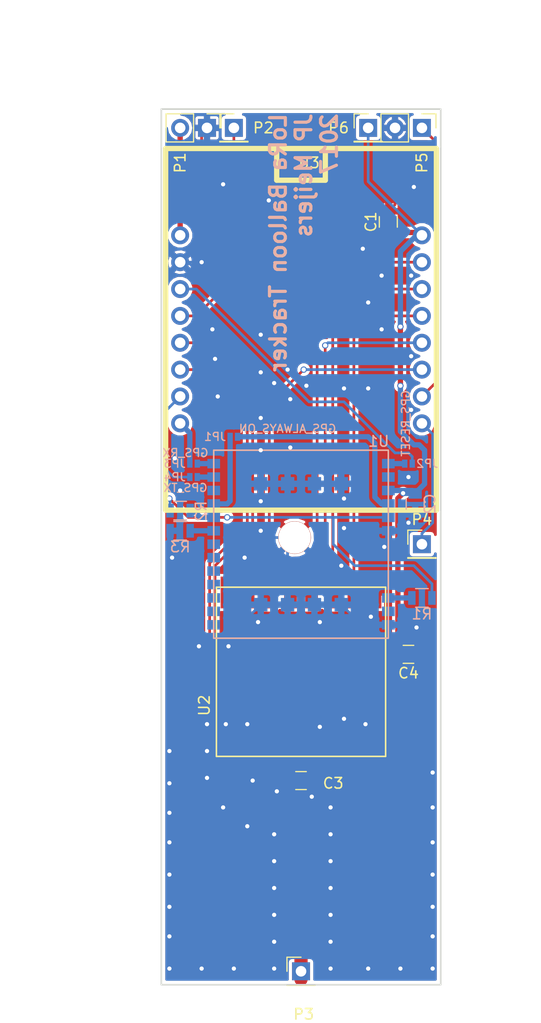
<source format=kicad_pcb>
(kicad_pcb (version 4) (host pcbnew 4.0.6-e0-6349~53~ubuntu16.04.1)

  (general
    (links 53)
    (no_connects 0)
    (area 179.756999 47.676999 206.323001 130.631001)
    (thickness 1.6)
    (drawings 8)
    (tracks 405)
    (zones 0)
    (modules 20)
    (nets 27)
  )

  (page A4)
  (layers
    (0 F.Cu signal)
    (31 B.Cu signal hide)
    (32 B.Adhes user)
    (33 F.Adhes user)
    (34 B.Paste user)
    (35 F.Paste user)
    (36 B.SilkS user)
    (37 F.SilkS user)
    (38 B.Mask user hide)
    (39 F.Mask user hide)
    (40 Dwgs.User user)
    (41 Cmts.User user)
    (42 Eco1.User user)
    (43 Eco2.User user)
    (44 Edge.Cuts user)
    (45 Margin user)
    (46 B.CrtYd user)
    (47 F.CrtYd user)
    (48 B.Fab user)
    (49 F.Fab user)
  )

  (setup
    (last_trace_width 0.25)
    (user_trace_width 0.254)
    (user_trace_width 0.5)
    (user_trace_width 0.75)
    (user_trace_width 1)
    (user_trace_width 1.25)
    (trace_clearance 0.2)
    (zone_clearance 0.3)
    (zone_45_only yes)
    (trace_min 0.2)
    (segment_width 0.2)
    (edge_width 0.15)
    (via_size 0.6)
    (via_drill 0.4)
    (via_min_size 0.4)
    (via_min_drill 0.3)
    (uvia_size 0.3)
    (uvia_drill 0.1)
    (uvias_allowed no)
    (uvia_min_size 0.2)
    (uvia_min_drill 0.1)
    (pcb_text_width 0.3)
    (pcb_text_size 1.5 1.5)
    (mod_edge_width 0.15)
    (mod_text_size 1 1)
    (mod_text_width 0.15)
    (pad_size 1.524 1.524)
    (pad_drill 0.762)
    (pad_to_mask_clearance 0.2)
    (aux_axis_origin 0 0)
    (visible_elements FFFFFF7F)
    (pcbplotparams
      (layerselection 0x00030_80000001)
      (usegerberextensions false)
      (excludeedgelayer true)
      (linewidth 0.200000)
      (plotframeref false)
      (viasonmask false)
      (mode 1)
      (useauxorigin false)
      (hpglpennumber 1)
      (hpglpenspeed 20)
      (hpglpendiameter 15)
      (hpglpenoverlay 2)
      (psnegative false)
      (psa4output false)
      (plotreference true)
      (plotvalue true)
      (plotinvisibletext false)
      (padsonsilk false)
      (subtractmaskfromsilk false)
      (outputformat 1)
      (mirror false)
      (drillshape 1)
      (scaleselection 1)
      (outputdirectory ""))
  )

  (net 0 "")
  (net 1 /3V3)
  (net 2 /GND)
  (net 3 "Net-(JP1-Pad1)")
  (net 4 "Net-(JP1-Pad2)")
  (net 5 /GPS_RESET)
  (net 6 /DIO2)
  (net 7 /GPS_RX)
  (net 8 /DIO1/TX)
  (net 9 /GPS_TX)
  (net 10 /DIO3/RX)
  (net 11 /5V)
  (net 12 /DIO0)
  (net 13 /DIO4/rfmDIO1)
  (net 14 /DIO5/rfmDIO0)
  (net 15 /RST)
  (net 16 /ADC)
  (net 17 /DIO16/rfmRESET)
  (net 18 /DIO14/SCK)
  (net 19 /DIO12/MISO)
  (net 20 /DIO13/MOSI)
  (net 21 /DIO15/SS)
  (net 22 "Net-(P3-Pad1)")
  (net 23 /GPS_1V8)
  (net 24 "Net-(R1-Pad2)")
  (net 25 "Net-(R2-Pad1)")
  (net 26 "Net-(R3-Pad1)")

  (net_class Default "This is the default net class."
    (clearance 0.2)
    (trace_width 0.25)
    (via_dia 0.6)
    (via_drill 0.4)
    (uvia_dia 0.3)
    (uvia_drill 0.1)
    (add_net /3V3)
    (add_net /5V)
    (add_net /ADC)
    (add_net /DIO0)
    (add_net /DIO1/TX)
    (add_net /DIO12/MISO)
    (add_net /DIO13/MOSI)
    (add_net /DIO14/SCK)
    (add_net /DIO15/SS)
    (add_net /DIO16/rfmRESET)
    (add_net /DIO2)
    (add_net /DIO3/RX)
    (add_net /DIO4/rfmDIO1)
    (add_net /DIO5/rfmDIO0)
    (add_net /GND)
    (add_net /GPS_1V8)
    (add_net /GPS_RESET)
    (add_net /GPS_RX)
    (add_net /GPS_TX)
    (add_net /RST)
    (add_net "Net-(JP1-Pad1)")
    (add_net "Net-(JP1-Pad2)")
    (add_net "Net-(P3-Pad1)")
    (add_net "Net-(R1-Pad2)")
    (add_net "Net-(R2-Pad1)")
    (add_net "Net-(R3-Pad1)")
  )

  (module drawn_by_jpmeijers:WEMOS_D1_mini (layer F.Cu) (tedit 58B58BE8) (tstamp 58B564EE)
    (at 193.04 68.58)
    (path /58B581EA)
    (fp_text reference U3 (at 0.762 -15.748) (layer F.SilkS)
      (effects (font (size 1 1) (thickness 0.15)))
    )
    (fp_text value WEMOS_D1_mini (at 5.588 -22.352) (layer F.Fab)
      (effects (font (size 1 1) (thickness 0.15)))
    )
    (fp_line (start -2.3 -17.1) (end -2.3 -14.1) (layer F.SilkS) (width 0.5))
    (fp_line (start -2.3 -14.1) (end 2.3 -14.1) (layer F.SilkS) (width 0.5))
    (fp_line (start 2.3 -14.1) (end 2.3 -17.1) (layer F.SilkS) (width 0.5))
    (fp_line (start -12.8 -17.1) (end -12.8 17.1) (layer F.SilkS) (width 0.5))
    (fp_line (start 12.8 -17.1) (end 12.8 17.1) (layer F.SilkS) (width 0.5))
    (fp_line (start -12.8 -17.1) (end 12.8 -17.1) (layer F.SilkS) (width 0.5))
    (fp_line (start -12.8 17.1) (end 12.8 17.1) (layer F.SilkS) (width 0.5))
    (pad 1 thru_hole circle (at -11.43 -8.89) (size 1.7 1.7) (drill 1) (layers *.Cu *.Mask)
      (net 11 /5V))
    (pad 2 thru_hole circle (at -11.43 -6.35) (size 1.7 1.7) (drill 1) (layers *.Cu *.Mask)
      (net 2 /GND))
    (pad 3 thru_hole circle (at -11.43 -3.81) (size 1.7 1.7) (drill 1) (layers *.Cu *.Mask)
      (net 6 /DIO2))
    (pad 4 thru_hole circle (at -11.43 -1.27) (size 1.7 1.7) (drill 1) (layers *.Cu *.Mask)
      (net 12 /DIO0))
    (pad 5 thru_hole circle (at -11.43 1.27) (size 1.7 1.7) (drill 1) (layers *.Cu *.Mask)
      (net 13 /DIO4/rfmDIO1))
    (pad 6 thru_hole circle (at -11.43 3.81) (size 1.7 1.7) (drill 1) (layers *.Cu *.Mask)
      (net 14 /DIO5/rfmDIO0))
    (pad 7 thru_hole circle (at -11.43 6.35) (size 1.7 1.7) (drill 1) (layers *.Cu *.Mask)
      (net 10 /DIO3/RX))
    (pad 8 thru_hole circle (at -11.43 8.89) (size 1.7 1.7) (drill 1) (layers *.Cu *.Mask)
      (net 8 /DIO1/TX))
    (pad 9 thru_hole circle (at 11.43 8.89) (size 1.7 1.7) (drill 1) (layers *.Cu *.Mask)
      (net 15 /RST))
    (pad 10 thru_hole circle (at 11.43 6.35) (size 1.7 1.7) (drill 1) (layers *.Cu *.Mask)
      (net 16 /ADC))
    (pad 11 thru_hole circle (at 11.43 3.81) (size 1.7 1.7) (drill 1) (layers *.Cu *.Mask)
      (net 17 /DIO16/rfmRESET))
    (pad 12 thru_hole circle (at 11.43 1.27) (size 1.7 1.7) (drill 1) (layers *.Cu *.Mask)
      (net 18 /DIO14/SCK))
    (pad 13 thru_hole circle (at 11.43 -1.27) (size 1.7 1.7) (drill 1) (layers *.Cu *.Mask)
      (net 19 /DIO12/MISO))
    (pad 14 thru_hole circle (at 11.43 -3.81) (size 1.7 1.7) (drill 1) (layers *.Cu *.Mask)
      (net 20 /DIO13/MOSI))
    (pad 15 thru_hole circle (at 11.43 -6.35) (size 1.7 1.7) (drill 1) (layers *.Cu *.Mask)
      (net 21 /DIO15/SS))
    (pad 16 thru_hole circle (at 11.43 -8.89) (size 1.7 1.7) (drill 1) (layers *.Cu *.Mask)
      (net 1 /3V3))
  )

  (module Capacitors_SMD:C_0805 (layer F.Cu) (tedit 58B58BE1) (tstamp 58B553A7)
    (at 201.295 58.42 90)
    (descr "Capacitor SMD 0805, reflow soldering, AVX (see smccp.pdf)")
    (tags "capacitor 0805")
    (path /58B47837)
    (attr smd)
    (fp_text reference C1 (at 0 -1.651 90) (layer F.SilkS)
      (effects (font (size 1 1) (thickness 0.15)))
    )
    (fp_text value 10uF (at 2.032 10.287 90) (layer F.Fab)
      (effects (font (size 1 1) (thickness 0.15)))
    )
    (fp_text user %R (at -2.032 13.589 90) (layer F.Fab)
      (effects (font (size 1 1) (thickness 0.15)))
    )
    (fp_line (start -1 0.62) (end -1 -0.62) (layer F.Fab) (width 0.1))
    (fp_line (start 1 0.62) (end -1 0.62) (layer F.Fab) (width 0.1))
    (fp_line (start 1 -0.62) (end 1 0.62) (layer F.Fab) (width 0.1))
    (fp_line (start -1 -0.62) (end 1 -0.62) (layer F.Fab) (width 0.1))
    (fp_line (start 0.5 -0.85) (end -0.5 -0.85) (layer F.SilkS) (width 0.12))
    (fp_line (start -0.5 0.85) (end 0.5 0.85) (layer F.SilkS) (width 0.12))
    (fp_line (start -1.75 -0.88) (end 1.75 -0.88) (layer F.CrtYd) (width 0.05))
    (fp_line (start -1.75 -0.88) (end -1.75 0.87) (layer F.CrtYd) (width 0.05))
    (fp_line (start 1.75 0.87) (end 1.75 -0.88) (layer F.CrtYd) (width 0.05))
    (fp_line (start 1.75 0.87) (end -1.75 0.87) (layer F.CrtYd) (width 0.05))
    (pad 1 smd rect (at -1 0 90) (size 1 1.25) (layers F.Cu F.Paste F.Mask)
      (net 1 /3V3))
    (pad 2 smd rect (at 1 0 90) (size 1 1.25) (layers F.Cu F.Paste F.Mask)
      (net 2 /GND))
    (model Capacitors_SMD.3dshapes/C_0805.wrl
      (at (xyz 0 0 0))
      (scale (xyz 1 1 1))
      (rotate (xyz 0 0 0))
    )
  )

  (module Capacitors_SMD:C_0805 (layer B.Cu) (tedit 58B58B61) (tstamp 58B553AD)
    (at 203.835 85.09 270)
    (descr "Capacitor SMD 0805, reflow soldering, AVX (see smccp.pdf)")
    (tags "capacitor 0805")
    (path /58B477B1)
    (attr smd)
    (fp_text reference C2 (at 0 -1.397 270) (layer B.SilkS)
      (effects (font (size 1 1) (thickness 0.15)) (justify mirror))
    )
    (fp_text value 100nF (at -0.254 -6.223 270) (layer B.Fab)
      (effects (font (size 1 1) (thickness 0.15)) (justify mirror))
    )
    (fp_text user %R (at 2.794 -6.223 270) (layer B.Fab)
      (effects (font (size 1 1) (thickness 0.15)) (justify mirror))
    )
    (fp_line (start -1 -0.62) (end -1 0.62) (layer B.Fab) (width 0.1))
    (fp_line (start 1 -0.62) (end -1 -0.62) (layer B.Fab) (width 0.1))
    (fp_line (start 1 0.62) (end 1 -0.62) (layer B.Fab) (width 0.1))
    (fp_line (start -1 0.62) (end 1 0.62) (layer B.Fab) (width 0.1))
    (fp_line (start 0.5 0.85) (end -0.5 0.85) (layer B.SilkS) (width 0.12))
    (fp_line (start -0.5 -0.85) (end 0.5 -0.85) (layer B.SilkS) (width 0.12))
    (fp_line (start -1.75 0.88) (end 1.75 0.88) (layer B.CrtYd) (width 0.05))
    (fp_line (start -1.75 0.88) (end -1.75 -0.87) (layer B.CrtYd) (width 0.05))
    (fp_line (start 1.75 -0.87) (end 1.75 0.88) (layer B.CrtYd) (width 0.05))
    (fp_line (start 1.75 -0.87) (end -1.75 -0.87) (layer B.CrtYd) (width 0.05))
    (pad 1 smd rect (at -1 0 270) (size 1 1.25) (layers B.Cu B.Paste B.Mask)
      (net 1 /3V3))
    (pad 2 smd rect (at 1 0 270) (size 1 1.25) (layers B.Cu B.Paste B.Mask)
      (net 2 /GND))
    (model Capacitors_SMD.3dshapes/C_0805.wrl
      (at (xyz 0 0 0))
      (scale (xyz 1 1 1))
      (rotate (xyz 0 0 0))
    )
  )

  (module Capacitors_SMD:C_0805 (layer F.Cu) (tedit 58B58BB7) (tstamp 58B553B3)
    (at 193.04 111.252 180)
    (descr "Capacitor SMD 0805, reflow soldering, AVX (see smccp.pdf)")
    (tags "capacitor 0805")
    (path /58B54EC7)
    (attr smd)
    (fp_text reference C3 (at -3.048 -0.254 180) (layer F.SilkS)
      (effects (font (size 1 1) (thickness 0.15)))
    )
    (fp_text value 100nF (at -17.018 3.302 180) (layer F.Fab)
      (effects (font (size 1 1) (thickness 0.15)))
    )
    (fp_text user %R (at -15.494 4.826 180) (layer F.Fab)
      (effects (font (size 1 1) (thickness 0.15)))
    )
    (fp_line (start -1 0.62) (end -1 -0.62) (layer F.Fab) (width 0.1))
    (fp_line (start 1 0.62) (end -1 0.62) (layer F.Fab) (width 0.1))
    (fp_line (start 1 -0.62) (end 1 0.62) (layer F.Fab) (width 0.1))
    (fp_line (start -1 -0.62) (end 1 -0.62) (layer F.Fab) (width 0.1))
    (fp_line (start 0.5 -0.85) (end -0.5 -0.85) (layer F.SilkS) (width 0.12))
    (fp_line (start -0.5 0.85) (end 0.5 0.85) (layer F.SilkS) (width 0.12))
    (fp_line (start -1.75 -0.88) (end 1.75 -0.88) (layer F.CrtYd) (width 0.05))
    (fp_line (start -1.75 -0.88) (end -1.75 0.87) (layer F.CrtYd) (width 0.05))
    (fp_line (start 1.75 0.87) (end 1.75 -0.88) (layer F.CrtYd) (width 0.05))
    (fp_line (start 1.75 0.87) (end -1.75 0.87) (layer F.CrtYd) (width 0.05))
    (pad 1 smd rect (at -1 0 180) (size 1 1.25) (layers F.Cu F.Paste F.Mask)
      (net 1 /3V3))
    (pad 2 smd rect (at 1 0 180) (size 1 1.25) (layers F.Cu F.Paste F.Mask)
      (net 2 /GND))
    (model Capacitors_SMD.3dshapes/C_0805.wrl
      (at (xyz 0 0 0))
      (scale (xyz 1 1 1))
      (rotate (xyz 0 0 0))
    )
  )

  (module Resistors_SMD:R_0805 (layer B.Cu) (tedit 58B58B6D) (tstamp 58B553EE)
    (at 204.47 93.98 180)
    (descr "Resistor SMD 0805, reflow soldering, Vishay (see dcrcw.pdf)")
    (tags "resistor 0805")
    (path /58B48302)
    (attr smd)
    (fp_text reference R1 (at 0 -1.524 180) (layer B.SilkS)
      (effects (font (size 1 1) (thickness 0.15)) (justify mirror))
    )
    (fp_text value 10k (at -3.556 0 180) (layer B.Fab)
      (effects (font (size 1 1) (thickness 0.15)) (justify mirror))
    )
    (fp_text user %R (at -5.842 0 180) (layer B.Fab)
      (effects (font (size 1 1) (thickness 0.15)) (justify mirror))
    )
    (fp_line (start -1 -0.62) (end -1 0.62) (layer B.Fab) (width 0.1))
    (fp_line (start 1 -0.62) (end -1 -0.62) (layer B.Fab) (width 0.1))
    (fp_line (start 1 0.62) (end 1 -0.62) (layer B.Fab) (width 0.1))
    (fp_line (start -1 0.62) (end 1 0.62) (layer B.Fab) (width 0.1))
    (fp_line (start 0.6 -0.88) (end -0.6 -0.88) (layer B.SilkS) (width 0.12))
    (fp_line (start -0.6 0.88) (end 0.6 0.88) (layer B.SilkS) (width 0.12))
    (fp_line (start -1.55 0.9) (end 1.55 0.9) (layer B.CrtYd) (width 0.05))
    (fp_line (start -1.55 0.9) (end -1.55 -0.9) (layer B.CrtYd) (width 0.05))
    (fp_line (start 1.55 -0.9) (end 1.55 0.9) (layer B.CrtYd) (width 0.05))
    (fp_line (start 1.55 -0.9) (end -1.55 -0.9) (layer B.CrtYd) (width 0.05))
    (pad 1 smd rect (at -0.95 0 180) (size 0.7 1.3) (layers B.Cu B.Paste B.Mask)
      (net 23 /GPS_1V8))
    (pad 2 smd rect (at 0.95 0 180) (size 0.7 1.3) (layers B.Cu B.Paste B.Mask)
      (net 24 "Net-(R1-Pad2)"))
    (model Resistors_SMD.3dshapes/R_0805.wrl
      (at (xyz 0 0 0))
      (scale (xyz 1 1 1))
      (rotate (xyz 0 0 0))
    )
  )

  (module Resistors_SMD:R_0805 (layer B.Cu) (tedit 58B58D83) (tstamp 58B553F4)
    (at 181.61 85.725 180)
    (descr "Resistor SMD 0805, reflow soldering, Vishay (see dcrcw.pdf)")
    (tags "resistor 0805")
    (path /58B48193)
    (attr smd)
    (fp_text reference R2 (at -1.9812 -0.0508 450) (layer B.SilkS)
      (effects (font (size 1 1) (thickness 0.15)) (justify mirror))
    )
    (fp_text value 2k2 (at 5.08 -0.127 180) (layer B.Fab)
      (effects (font (size 1 1) (thickness 0.15)) (justify mirror))
    )
    (fp_text user %R (at 2.794 -0.127 180) (layer B.Fab)
      (effects (font (size 1 1) (thickness 0.15)) (justify mirror))
    )
    (fp_line (start -1 -0.62) (end -1 0.62) (layer B.Fab) (width 0.1))
    (fp_line (start 1 -0.62) (end -1 -0.62) (layer B.Fab) (width 0.1))
    (fp_line (start 1 0.62) (end 1 -0.62) (layer B.Fab) (width 0.1))
    (fp_line (start -1 0.62) (end 1 0.62) (layer B.Fab) (width 0.1))
    (fp_line (start 0.6 -0.88) (end -0.6 -0.88) (layer B.SilkS) (width 0.12))
    (fp_line (start -0.6 0.88) (end 0.6 0.88) (layer B.SilkS) (width 0.12))
    (fp_line (start -1.55 0.9) (end 1.55 0.9) (layer B.CrtYd) (width 0.05))
    (fp_line (start -1.55 0.9) (end -1.55 -0.9) (layer B.CrtYd) (width 0.05))
    (fp_line (start 1.55 -0.9) (end 1.55 0.9) (layer B.CrtYd) (width 0.05))
    (fp_line (start 1.55 -0.9) (end -1.55 -0.9) (layer B.CrtYd) (width 0.05))
    (pad 1 smd rect (at -0.95 0 180) (size 0.7 1.3) (layers B.Cu B.Paste B.Mask)
      (net 25 "Net-(R2-Pad1)"))
    (pad 2 smd rect (at 0.95 0 180) (size 0.7 1.3) (layers B.Cu B.Paste B.Mask)
      (net 23 /GPS_1V8))
    (model Resistors_SMD.3dshapes/R_0805.wrl
      (at (xyz 0 0 0))
      (scale (xyz 1 1 1))
      (rotate (xyz 0 0 0))
    )
  )

  (module Resistors_SMD:R_0805 (layer B.Cu) (tedit 58B58B22) (tstamp 58B553FA)
    (at 181.61 87.63 180)
    (descr "Resistor SMD 0805, reflow soldering, Vishay (see dcrcw.pdf)")
    (tags "resistor 0805")
    (path /58B48262)
    (attr smd)
    (fp_text reference R3 (at 0 -1.524 180) (layer B.SilkS)
      (effects (font (size 1 1) (thickness 0.15)) (justify mirror))
    )
    (fp_text value 2k2 (at 5.08 0 180) (layer B.Fab)
      (effects (font (size 1 1) (thickness 0.15)) (justify mirror))
    )
    (fp_text user %R (at 2.794 0 180) (layer B.Fab)
      (effects (font (size 1 1) (thickness 0.15)) (justify mirror))
    )
    (fp_line (start -1 -0.62) (end -1 0.62) (layer B.Fab) (width 0.1))
    (fp_line (start 1 -0.62) (end -1 -0.62) (layer B.Fab) (width 0.1))
    (fp_line (start 1 0.62) (end 1 -0.62) (layer B.Fab) (width 0.1))
    (fp_line (start -1 0.62) (end 1 0.62) (layer B.Fab) (width 0.1))
    (fp_line (start 0.6 -0.88) (end -0.6 -0.88) (layer B.SilkS) (width 0.12))
    (fp_line (start -0.6 0.88) (end 0.6 0.88) (layer B.SilkS) (width 0.12))
    (fp_line (start -1.55 0.9) (end 1.55 0.9) (layer B.CrtYd) (width 0.05))
    (fp_line (start -1.55 0.9) (end -1.55 -0.9) (layer B.CrtYd) (width 0.05))
    (fp_line (start 1.55 -0.9) (end 1.55 0.9) (layer B.CrtYd) (width 0.05))
    (fp_line (start 1.55 -0.9) (end -1.55 -0.9) (layer B.CrtYd) (width 0.05))
    (pad 1 smd rect (at -0.95 0 180) (size 0.7 1.3) (layers B.Cu B.Paste B.Mask)
      (net 26 "Net-(R3-Pad1)"))
    (pad 2 smd rect (at 0.95 0 180) (size 0.7 1.3) (layers B.Cu B.Paste B.Mask)
      (net 2 /GND))
    (model Resistors_SMD.3dshapes/R_0805.wrl
      (at (xyz 0 0 0))
      (scale (xyz 1 1 1))
      (rotate (xyz 0 0 0))
    )
  )

  (module drawn_by_jpmeijers:GPS_A2235-H (layer B.Cu) (tedit 58B58D9F) (tstamp 58B5541D)
    (at 201.295 97.79 180)
    (path /58B469E7)
    (fp_text reference U1 (at 0.9144 18.6182 180) (layer B.SilkS)
      (effects (font (size 1 1) (thickness 0.15)) (justify mirror))
    )
    (fp_text value GPS_A2235-H (at 27.2796 0 180) (layer B.Fab)
      (effects (font (size 1 1) (thickness 0.15)) (justify mirror))
    )
    (fp_line (start 0 0) (end 0 17.78) (layer B.SilkS) (width 0.15))
    (fp_line (start 0 17.78) (end 16.51 17.78) (layer B.SilkS) (width 0.15))
    (fp_line (start 16.51 17.78) (end 16.51 0) (layer B.SilkS) (width 0.15))
    (fp_line (start 16.51 0) (end 0 0) (layer B.SilkS) (width 0.15))
    (pad 1 smd rect (at 0 16.51 180) (size 1.2 0.9) (layers B.Cu B.Paste B.Mask)
      (net 5 /GPS_RESET))
    (pad 2 smd rect (at 0 15.24 180) (size 1.2 0.9) (layers B.Cu B.Paste B.Mask))
    (pad 3 smd rect (at 0 13.97 180) (size 1.2 0.9) (layers B.Cu B.Paste B.Mask)
      (net 1 /3V3))
    (pad 4 smd rect (at 0 12.7 180) (size 1.2 0.9) (layers B.Cu B.Paste B.Mask)
      (net 3 "Net-(JP1-Pad1)"))
    (pad 5 smd rect (at 0 11.43 180) (size 1.2 0.9) (layers B.Cu B.Paste B.Mask)
      (net 23 /GPS_1V8))
    (pad 6 smd rect (at 0 10.16 180) (size 1.2 0.9) (layers B.Cu B.Paste B.Mask)
      (net 2 /GND))
    (pad 7 smd rect (at 0 3.81 180) (size 1.2 0.9) (layers B.Cu B.Paste B.Mask)
      (net 24 "Net-(R1-Pad2)"))
    (pad 8 smd rect (at 0 2.54 180) (size 1.2 0.9) (layers B.Cu B.Paste B.Mask))
    (pad 9 smd rect (at 0 1.27 180) (size 1.2 0.9) (layers B.Cu B.Paste B.Mask)
      (net 2 /GND))
    (pad 10 smd rect (at 16.51 1.27 180) (size 1.2 0.9) (layers B.Cu B.Paste B.Mask))
    (pad 11 smd rect (at 16.51 2.54 180) (size 1.2 0.9) (layers B.Cu B.Paste B.Mask))
    (pad 12 smd rect (at 16.51 3.81 180) (size 1.2 0.9) (layers B.Cu B.Paste B.Mask))
    (pad 13 smd rect (at 16.51 5.08 180) (size 1.2 0.9) (layers B.Cu B.Paste B.Mask))
    (pad 14 smd rect (at 16.51 6.35 180) (size 1.2 0.9) (layers B.Cu B.Paste B.Mask))
    (pad 15 smd rect (at 16.51 7.62 180) (size 1.2 0.9) (layers B.Cu B.Paste B.Mask))
    (pad 16 smd rect (at 16.51 8.89 180) (size 1.2 0.9) (layers B.Cu B.Paste B.Mask))
    (pad 17 smd rect (at 16.51 10.16 180) (size 1.2 0.9) (layers B.Cu B.Paste B.Mask)
      (net 26 "Net-(R3-Pad1)"))
    (pad 18 smd rect (at 16.51 11.43 180) (size 1.2 0.9) (layers B.Cu B.Paste B.Mask)
      (net 25 "Net-(R2-Pad1)"))
    (pad 19 smd rect (at 16.51 12.7 180) (size 1.2 0.9) (layers B.Cu B.Paste B.Mask)
      (net 4 "Net-(JP1-Pad2)"))
    (pad 20 smd rect (at 16.51 13.97 180) (size 1.2 0.9) (layers B.Cu B.Paste B.Mask))
    (pad 21 smd rect (at 16.51 15.24 180) (size 1.2 0.9) (layers B.Cu B.Paste B.Mask)
      (net 9 /GPS_TX))
    (pad 22 smd rect (at 16.51 16.51 180) (size 1.2 0.9) (layers B.Cu B.Paste B.Mask)
      (net 7 /GPS_RX))
    (pad 23 smd rect (at 4.445 14.605 180) (size 1.27 1.27) (layers B.Cu B.Paste B.Mask)
      (net 2 /GND))
    (pad 26 smd rect (at 12.065 14.605 180) (size 1.27 1.27) (layers B.Cu B.Paste B.Mask)
      (net 2 /GND))
    (pad 25 smd rect (at 9.525 14.605 180) (size 1.27 1.27) (layers B.Cu B.Paste B.Mask)
      (net 2 /GND))
    (pad 24 smd rect (at 6.985 14.605 180) (size 1.27 1.27) (layers B.Cu B.Paste B.Mask)
      (net 2 /GND))
    (pad 27 smd rect (at 4.445 3.175 180) (size 1.27 1.27) (layers B.Cu B.Paste B.Mask)
      (net 2 /GND))
    (pad 28 smd rect (at 6.985 3.175 180) (size 1.27 1.27) (layers B.Cu B.Paste B.Mask)
      (net 2 /GND))
    (pad 29 smd rect (at 9.525 3.175 180) (size 1.27 1.27) (layers B.Cu B.Paste B.Mask)
      (net 2 /GND))
    (pad 30 smd rect (at 12.065 3.175 180) (size 1.27 1.27) (layers B.Cu B.Paste B.Mask)
      (net 2 /GND))
    (pad 31 thru_hole circle (at 8.86 9.52 180) (size 3.1 3.1) (drill 3) (layers *.Cu *.Mask B.SilkS)
      (net 2 /GND))
  )

  (module drawn_by_jpmeijers:RFM95 (layer F.Cu) (tedit 58B58BAE) (tstamp 58B55431)
    (at 193.04 100.965 270)
    (path /58B46ACB)
    (fp_text reference U2 (at 3.175 9.144 270) (layer F.SilkS)
      (effects (font (size 1 1) (thickness 0.15)))
    )
    (fp_text value RFM95 (at 2.667 16.764 360) (layer F.Fab)
      (effects (font (size 1 1) (thickness 0.15)))
    )
    (fp_line (start 8 -8) (end -8 -8) (layer F.SilkS) (width 0.15))
    (fp_line (start -8 -8) (end -8 8) (layer F.SilkS) (width 0.15))
    (fp_line (start -8 8) (end 8 8) (layer F.SilkS) (width 0.15))
    (fp_line (start 8 8) (end 8 -8) (layer F.SilkS) (width 0.15))
    (pad 1 smd rect (at -7.5 -7 270) (size 3 1.2) (layers F.Cu F.Paste F.Mask)
      (net 2 /GND))
    (pad 2 smd rect (at -7.5 -5 270) (size 3 1.2) (layers F.Cu F.Paste F.Mask)
      (net 19 /DIO12/MISO))
    (pad 3 smd rect (at -7.5 -3 270) (size 3 1.2) (layers F.Cu F.Paste F.Mask)
      (net 20 /DIO13/MOSI))
    (pad 4 smd rect (at -7.5 -1 270) (size 3 1.2) (layers F.Cu F.Paste F.Mask)
      (net 18 /DIO14/SCK))
    (pad 5 smd rect (at -7.5 1 270) (size 3 1.2) (layers F.Cu F.Paste F.Mask)
      (net 21 /DIO15/SS))
    (pad 6 smd rect (at -7.5 3 270) (size 3 1.2) (layers F.Cu F.Paste F.Mask)
      (net 17 /DIO16/rfmRESET))
    (pad 7 smd rect (at -7.5 5 270) (size 3 1.2) (layers F.Cu F.Paste F.Mask))
    (pad 8 smd rect (at -7.5 7 270) (size 3 1.2) (layers F.Cu F.Paste F.Mask)
      (net 2 /GND))
    (pad 9 smd rect (at 7.5 7 270) (size 3 1.2) (layers F.Cu F.Paste F.Mask)
      (net 22 "Net-(P3-Pad1)"))
    (pad 10 smd rect (at 7.5 5 270) (size 3 1.2) (layers F.Cu F.Paste F.Mask)
      (net 2 /GND))
    (pad 11 smd rect (at 7.5 3 270) (size 3 1.2) (layers F.Cu F.Paste F.Mask))
    (pad 12 smd rect (at 7.5 1 270) (size 3 1.2) (layers F.Cu F.Paste F.Mask))
    (pad 13 smd rect (at 7.5 -1 270) (size 3 1.2) (layers F.Cu F.Paste F.Mask)
      (net 1 /3V3))
    (pad 14 smd rect (at 7.5 -3 270) (size 3 1.2) (layers F.Cu F.Paste F.Mask)
      (net 14 /DIO5/rfmDIO0))
    (pad 15 smd rect (at 7.5 -5 270) (size 3 1.2) (layers F.Cu F.Paste F.Mask)
      (net 13 /DIO4/rfmDIO1))
    (pad 16 smd rect (at 7.5 -7 270) (size 3 1.2) (layers F.Cu F.Paste F.Mask))
  )

  (module Socket_Strips:Socket_Strip_Straight_1x02_Pitch2.54mm (layer F.Cu) (tedit 58B58BFA) (tstamp 58B56552)
    (at 184.15 49.53 270)
    (descr "Through hole straight socket strip, 1x02, 2.54mm pitch, single row")
    (tags "Through hole socket strip THT 1x02 2.54mm single row")
    (path /58B59032)
    (fp_text reference P1 (at 3.302 2.54 270) (layer F.SilkS)
      (effects (font (size 1 1) (thickness 0.15)))
    )
    (fp_text value BATTERY (at 4.064 6.604 270) (layer F.Fab)
      (effects (font (size 1 1) (thickness 0.15)))
    )
    (fp_line (start -1.27 -1.27) (end -1.27 3.81) (layer F.Fab) (width 0.1))
    (fp_line (start -1.27 3.81) (end 1.27 3.81) (layer F.Fab) (width 0.1))
    (fp_line (start 1.27 3.81) (end 1.27 -1.27) (layer F.Fab) (width 0.1))
    (fp_line (start 1.27 -1.27) (end -1.27 -1.27) (layer F.Fab) (width 0.1))
    (fp_line (start -1.33 1.27) (end -1.33 3.87) (layer F.SilkS) (width 0.12))
    (fp_line (start -1.33 3.87) (end 1.33 3.87) (layer F.SilkS) (width 0.12))
    (fp_line (start 1.33 3.87) (end 1.33 1.27) (layer F.SilkS) (width 0.12))
    (fp_line (start 1.33 1.27) (end -1.33 1.27) (layer F.SilkS) (width 0.12))
    (fp_line (start -1.33 0) (end -1.33 -1.33) (layer F.SilkS) (width 0.12))
    (fp_line (start -1.33 -1.33) (end 0 -1.33) (layer F.SilkS) (width 0.12))
    (fp_line (start -1.55 -1.55) (end -1.55 4.1) (layer F.CrtYd) (width 0.05))
    (fp_line (start -1.55 4.1) (end 1.55 4.1) (layer F.CrtYd) (width 0.05))
    (fp_line (start 1.55 4.1) (end 1.55 -1.55) (layer F.CrtYd) (width 0.05))
    (fp_line (start 1.55 -1.55) (end -1.55 -1.55) (layer F.CrtYd) (width 0.05))
    (pad 1 thru_hole rect (at 0 0 270) (size 1.7 1.7) (drill 1) (layers *.Cu *.Mask)
      (net 2 /GND))
    (pad 2 thru_hole oval (at 0 2.54 270) (size 1.7 1.7) (drill 1) (layers *.Cu *.Mask)
      (net 11 /5V))
    (model Socket_Strips.3dshapes/Socket_Strip_Straight_1x02_Pitch2.54mm.wrl
      (at (xyz 0 -0.05 0))
      (scale (xyz 1 1 1))
      (rotate (xyz 0 0 270))
    )
  )

  (module Socket_Strips:Socket_Strip_Straight_1x01_Pitch2.54mm (layer F.Cu) (tedit 58B58CA2) (tstamp 58B56557)
    (at 186.69 49.53)
    (descr "Through hole straight socket strip, 1x01, 2.54mm pitch, single row")
    (tags "Through hole socket strip THT 1x01 2.54mm single row")
    (path /58B594DB)
    (fp_text reference P2 (at 2.794 0) (layer F.SilkS)
      (effects (font (size 1 1) (thickness 0.15)))
    )
    (fp_text value CONN_DIO0 (at -0.127 -3.302) (layer F.Fab)
      (effects (font (size 1 1) (thickness 0.15)))
    )
    (fp_line (start -1.27 -1.27) (end -1.27 1.27) (layer F.Fab) (width 0.1))
    (fp_line (start -1.27 1.27) (end 1.27 1.27) (layer F.Fab) (width 0.1))
    (fp_line (start 1.27 1.27) (end 1.27 -1.27) (layer F.Fab) (width 0.1))
    (fp_line (start 1.27 -1.27) (end -1.27 -1.27) (layer F.Fab) (width 0.1))
    (fp_line (start -1.33 1.27) (end -1.33 1.33) (layer F.SilkS) (width 0.12))
    (fp_line (start -1.33 1.33) (end 1.33 1.33) (layer F.SilkS) (width 0.12))
    (fp_line (start 1.33 1.33) (end 1.33 1.27) (layer F.SilkS) (width 0.12))
    (fp_line (start 1.33 1.27) (end -1.33 1.27) (layer F.SilkS) (width 0.12))
    (fp_line (start -1.33 0) (end -1.33 -1.33) (layer F.SilkS) (width 0.12))
    (fp_line (start -1.33 -1.33) (end 0 -1.33) (layer F.SilkS) (width 0.12))
    (fp_line (start -1.55 -1.55) (end -1.55 1.55) (layer F.CrtYd) (width 0.05))
    (fp_line (start -1.55 1.55) (end 1.55 1.55) (layer F.CrtYd) (width 0.05))
    (fp_line (start 1.55 1.55) (end 1.55 -1.55) (layer F.CrtYd) (width 0.05))
    (fp_line (start 1.55 -1.55) (end -1.55 -1.55) (layer F.CrtYd) (width 0.05))
    (pad 1 thru_hole rect (at 0 0) (size 1.7 1.7) (drill 1) (layers *.Cu *.Mask)
      (net 12 /DIO0))
    (model Socket_Strips.3dshapes/Socket_Strip_Straight_1x01_Pitch2.54mm.wrl
      (at (xyz 0 0 0))
      (scale (xyz 1 1 1))
      (rotate (xyz 0 0 270))
    )
  )

  (module Socket_Strips:Socket_Strip_Straight_1x01_Pitch2.54mm (layer F.Cu) (tedit 58B57A71) (tstamp 58B5655C)
    (at 204.47 88.9)
    (descr "Through hole straight socket strip, 1x01, 2.54mm pitch, single row")
    (tags "Through hole socket strip THT 1x01 2.54mm single row")
    (path /58B59362)
    (fp_text reference P4 (at 0 -2.33) (layer F.SilkS)
      (effects (font (size 1 1) (thickness 0.15)))
    )
    (fp_text value RESET (at -0.508 2.286) (layer F.Fab)
      (effects (font (size 1 1) (thickness 0.15)))
    )
    (fp_line (start -1.27 -1.27) (end -1.27 1.27) (layer F.Fab) (width 0.1))
    (fp_line (start -1.27 1.27) (end 1.27 1.27) (layer F.Fab) (width 0.1))
    (fp_line (start 1.27 1.27) (end 1.27 -1.27) (layer F.Fab) (width 0.1))
    (fp_line (start 1.27 -1.27) (end -1.27 -1.27) (layer F.Fab) (width 0.1))
    (fp_line (start -1.33 1.27) (end -1.33 1.33) (layer F.SilkS) (width 0.12))
    (fp_line (start -1.33 1.33) (end 1.33 1.33) (layer F.SilkS) (width 0.12))
    (fp_line (start 1.33 1.33) (end 1.33 1.27) (layer F.SilkS) (width 0.12))
    (fp_line (start 1.33 1.27) (end -1.33 1.27) (layer F.SilkS) (width 0.12))
    (fp_line (start -1.33 0) (end -1.33 -1.33) (layer F.SilkS) (width 0.12))
    (fp_line (start -1.33 -1.33) (end 0 -1.33) (layer F.SilkS) (width 0.12))
    (fp_line (start -1.55 -1.55) (end -1.55 1.55) (layer F.CrtYd) (width 0.05))
    (fp_line (start -1.55 1.55) (end 1.55 1.55) (layer F.CrtYd) (width 0.05))
    (fp_line (start 1.55 1.55) (end 1.55 -1.55) (layer F.CrtYd) (width 0.05))
    (fp_line (start 1.55 -1.55) (end -1.55 -1.55) (layer F.CrtYd) (width 0.05))
    (pad 1 thru_hole rect (at 0 0) (size 1.7 1.7) (drill 1) (layers *.Cu *.Mask)
      (net 15 /RST))
    (model Socket_Strips.3dshapes/Socket_Strip_Straight_1x01_Pitch2.54mm.wrl
      (at (xyz 0 0 0))
      (scale (xyz 1 1 1))
      (rotate (xyz 0 0 270))
    )
  )

  (module Socket_Strips:Socket_Strip_Straight_1x02_Pitch2.54mm (layer F.Cu) (tedit 58B58C9D) (tstamp 58B56562)
    (at 204.47 49.53 270)
    (descr "Through hole straight socket strip, 1x02, 2.54mm pitch, single row")
    (tags "Through hole socket strip THT 1x02 2.54mm single row")
    (path /58B592CF)
    (fp_text reference P5 (at 3.302 0 270) (layer F.SilkS)
      (effects (font (size 1 1) (thickness 0.15)))
    )
    (fp_text value ADC_INPUT (at 5.08 -10.414 270) (layer F.Fab)
      (effects (font (size 1 1) (thickness 0.15)))
    )
    (fp_line (start -1.27 -1.27) (end -1.27 3.81) (layer F.Fab) (width 0.1))
    (fp_line (start -1.27 3.81) (end 1.27 3.81) (layer F.Fab) (width 0.1))
    (fp_line (start 1.27 3.81) (end 1.27 -1.27) (layer F.Fab) (width 0.1))
    (fp_line (start 1.27 -1.27) (end -1.27 -1.27) (layer F.Fab) (width 0.1))
    (fp_line (start -1.33 1.27) (end -1.33 3.87) (layer F.SilkS) (width 0.12))
    (fp_line (start -1.33 3.87) (end 1.33 3.87) (layer F.SilkS) (width 0.12))
    (fp_line (start 1.33 3.87) (end 1.33 1.27) (layer F.SilkS) (width 0.12))
    (fp_line (start 1.33 1.27) (end -1.33 1.27) (layer F.SilkS) (width 0.12))
    (fp_line (start -1.33 0) (end -1.33 -1.33) (layer F.SilkS) (width 0.12))
    (fp_line (start -1.33 -1.33) (end 0 -1.33) (layer F.SilkS) (width 0.12))
    (fp_line (start -1.55 -1.55) (end -1.55 4.1) (layer F.CrtYd) (width 0.05))
    (fp_line (start -1.55 4.1) (end 1.55 4.1) (layer F.CrtYd) (width 0.05))
    (fp_line (start 1.55 4.1) (end 1.55 -1.55) (layer F.CrtYd) (width 0.05))
    (fp_line (start 1.55 -1.55) (end -1.55 -1.55) (layer F.CrtYd) (width 0.05))
    (pad 1 thru_hole rect (at 0 0 270) (size 1.7 1.7) (drill 1) (layers *.Cu *.Mask)
      (net 16 /ADC))
    (pad 2 thru_hole oval (at 0 2.54 270) (size 1.7 1.7) (drill 1) (layers *.Cu *.Mask)
      (net 2 /GND))
    (model Socket_Strips.3dshapes/Socket_Strip_Straight_1x02_Pitch2.54mm.wrl
      (at (xyz 0 -0.05 0))
      (scale (xyz 1 1 1))
      (rotate (xyz 0 0 270))
    )
  )

  (module open-project:S_JUMPER_2 (layer B.Cu) (tedit 58B58D1D) (tstamp 58B5667B)
    (at 186.69 78.74 180)
    (path /58B4838A)
    (fp_text reference JP1 (at 1.778 0 180) (layer B.SilkS)
      (effects (font (size 0.762 0.762) (thickness 0.127)) (justify mirror))
    )
    (fp_text value GPS_ALWAYS_ON (at -5.08 0.762 180) (layer B.SilkS)
      (effects (font (size 0.762 0.762) (thickness 0.127)) (justify mirror))
    )
    (pad 1 smd rect (at -0.3556 0 180) (size 0.508 0.762) (layers B.Cu B.Paste B.Mask)
      (net 3 "Net-(JP1-Pad1)") (clearance 0.2032))
    (pad 2 smd rect (at 0.3556 0 180) (size 0.508 0.762) (layers B.Cu B.Paste B.Mask)
      (net 4 "Net-(JP1-Pad2)") (clearance 0.2032))
  )

  (module open-project:S_JUMPER_2 (layer B.Cu) (tedit 58B58D2B) (tstamp 58B56680)
    (at 203.2 81.28)
    (path /58B49E9F)
    (fp_text reference JP2 (at 1.778 0) (layer B.SilkS)
      (effects (font (size 0.762 0.762) (thickness 0.127)) (justify mirror))
    )
    (fp_text value GPS_RESET (at -0.254 -3.81 90) (layer B.SilkS)
      (effects (font (size 0.762 0.762) (thickness 0.127)) (justify mirror))
    )
    (pad 1 smd rect (at -0.3556 0) (size 0.508 0.762) (layers B.Cu B.Paste B.Mask)
      (net 5 /GPS_RESET) (clearance 0.2032))
    (pad 2 smd rect (at 0.3556 0) (size 0.508 0.762) (layers B.Cu B.Paste B.Mask)
      (net 6 /DIO2) (clearance 0.2032))
  )

  (module open-project:S_JUMPER_2 (layer B.Cu) (tedit 58B58AEB) (tstamp 58B56685)
    (at 182.88 81.28 180)
    (path /58B47E01)
    (fp_text reference JP3 (at 1.778 0 180) (layer B.SilkS)
      (effects (font (size 0.762 0.762) (thickness 0.127)) (justify mirror))
    )
    (fp_text value GPS_RX (at 0.762 1.016 180) (layer B.SilkS)
      (effects (font (size 0.762 0.762) (thickness 0.127)) (justify mirror))
    )
    (pad 1 smd rect (at -0.3556 0 180) (size 0.508 0.762) (layers B.Cu B.Paste B.Mask)
      (net 7 /GPS_RX) (clearance 0.2032))
    (pad 2 smd rect (at 0.3556 0 180) (size 0.508 0.762) (layers B.Cu B.Paste B.Mask)
      (net 8 /DIO1/TX) (clearance 0.2032))
  )

  (module open-project:S_JUMPER_2 (layer B.Cu) (tedit 58B58AE6) (tstamp 58B5668A)
    (at 182.88 82.55 180)
    (path /58B47E68)
    (fp_text reference JP4 (at 1.778 0 180) (layer B.SilkS)
      (effects (font (size 0.762 0.762) (thickness 0.127)) (justify mirror))
    )
    (fp_text value GPS_TX (at 0.762 -1.016 180) (layer B.SilkS)
      (effects (font (size 0.762 0.762) (thickness 0.127)) (justify mirror))
    )
    (pad 1 smd rect (at -0.3556 0 180) (size 0.508 0.762) (layers B.Cu B.Paste B.Mask)
      (net 9 /GPS_TX) (clearance 0.2032))
    (pad 2 smd rect (at 0.3556 0 180) (size 0.508 0.762) (layers B.Cu B.Paste B.Mask)
      (net 10 /DIO3/RX) (clearance 0.2032))
  )

  (module Capacitors_SMD:C_0805 (layer F.Cu) (tedit 58B58B92) (tstamp 58B56B42)
    (at 203.2 99.314)
    (descr "Capacitor SMD 0805, reflow soldering, AVX (see smccp.pdf)")
    (tags "capacitor 0805")
    (path /58B59D4D)
    (attr smd)
    (fp_text reference C4 (at 0 1.778) (layer F.SilkS)
      (effects (font (size 1 1) (thickness 0.15)))
    )
    (fp_text value 10uF (at 5.588 0.254) (layer F.Fab)
      (effects (font (size 1 1) (thickness 0.15)))
    )
    (fp_text user %R (at 4.826 -1.27) (layer F.Fab)
      (effects (font (size 1 1) (thickness 0.15)))
    )
    (fp_line (start -1 0.62) (end -1 -0.62) (layer F.Fab) (width 0.1))
    (fp_line (start 1 0.62) (end -1 0.62) (layer F.Fab) (width 0.1))
    (fp_line (start 1 -0.62) (end 1 0.62) (layer F.Fab) (width 0.1))
    (fp_line (start -1 -0.62) (end 1 -0.62) (layer F.Fab) (width 0.1))
    (fp_line (start 0.5 -0.85) (end -0.5 -0.85) (layer F.SilkS) (width 0.12))
    (fp_line (start -0.5 0.85) (end 0.5 0.85) (layer F.SilkS) (width 0.12))
    (fp_line (start -1.75 -0.88) (end 1.75 -0.88) (layer F.CrtYd) (width 0.05))
    (fp_line (start -1.75 -0.88) (end -1.75 0.87) (layer F.CrtYd) (width 0.05))
    (fp_line (start 1.75 0.87) (end 1.75 -0.88) (layer F.CrtYd) (width 0.05))
    (fp_line (start 1.75 0.87) (end -1.75 0.87) (layer F.CrtYd) (width 0.05))
    (pad 1 smd rect (at -1 0) (size 1 1.25) (layers F.Cu F.Paste F.Mask)
      (net 1 /3V3))
    (pad 2 smd rect (at 1 0) (size 1 1.25) (layers F.Cu F.Paste F.Mask)
      (net 2 /GND))
    (model Capacitors_SMD.3dshapes/C_0805.wrl
      (at (xyz 0 0 0))
      (scale (xyz 1 1 1))
      (rotate (xyz 0 0 0))
    )
  )

  (module Socket_Strips:Socket_Strip_Straight_1x01_Pitch2.54mm (layer F.Cu) (tedit 58B58BBE) (tstamp 58B575BC)
    (at 193.04 129.286)
    (descr "Through hole straight socket strip, 1x01, 2.54mm pitch, single row")
    (tags "Through hole socket strip THT 1x01 2.54mm single row")
    (path /58B47A3C)
    (fp_text reference P3 (at 0.254 4.064) (layer F.SilkS)
      (effects (font (size 1 1) (thickness 0.15)))
    )
    (fp_text value CONN_01X01 (at 0 2.33) (layer F.Fab)
      (effects (font (size 1 1) (thickness 0.15)))
    )
    (fp_line (start -1.27 -1.27) (end -1.27 1.27) (layer F.Fab) (width 0.1))
    (fp_line (start -1.27 1.27) (end 1.27 1.27) (layer F.Fab) (width 0.1))
    (fp_line (start 1.27 1.27) (end 1.27 -1.27) (layer F.Fab) (width 0.1))
    (fp_line (start 1.27 -1.27) (end -1.27 -1.27) (layer F.Fab) (width 0.1))
    (fp_line (start -1.33 1.27) (end -1.33 1.33) (layer F.SilkS) (width 0.12))
    (fp_line (start -1.33 1.33) (end 1.33 1.33) (layer F.SilkS) (width 0.12))
    (fp_line (start 1.33 1.33) (end 1.33 1.27) (layer F.SilkS) (width 0.12))
    (fp_line (start 1.33 1.27) (end -1.33 1.27) (layer F.SilkS) (width 0.12))
    (fp_line (start -1.33 0) (end -1.33 -1.33) (layer F.SilkS) (width 0.12))
    (fp_line (start -1.33 -1.33) (end 0 -1.33) (layer F.SilkS) (width 0.12))
    (fp_line (start -1.55 -1.55) (end -1.55 1.55) (layer F.CrtYd) (width 0.05))
    (fp_line (start -1.55 1.55) (end 1.55 1.55) (layer F.CrtYd) (width 0.05))
    (fp_line (start 1.55 1.55) (end 1.55 -1.55) (layer F.CrtYd) (width 0.05))
    (fp_line (start 1.55 -1.55) (end -1.55 -1.55) (layer F.CrtYd) (width 0.05))
    (pad 1 thru_hole rect (at 0 0) (size 1.7 1.7) (drill 1) (layers *.Cu *.Mask)
      (net 22 "Net-(P3-Pad1)"))
    (model Socket_Strips.3dshapes/Socket_Strip_Straight_1x01_Pitch2.54mm.wrl
      (at (xyz 0 0 0))
      (scale (xyz 1 1 1))
      (rotate (xyz 0 0 270))
    )
  )

  (module Socket_Strips:Socket_Strip_Straight_1x01_Pitch2.54mm (layer F.Cu) (tedit 58B58C98) (tstamp 58B58E89)
    (at 199.39 49.53)
    (descr "Through hole straight socket strip, 1x01, 2.54mm pitch, single row")
    (tags "Through hole socket strip THT 1x01 2.54mm single row")
    (path /58B5A940)
    (fp_text reference P6 (at -2.794 0) (layer F.SilkS)
      (effects (font (size 1 1) (thickness 0.15)))
    )
    (fp_text value CONN_01X01 (at 0 -5.334) (layer F.Fab)
      (effects (font (size 1 1) (thickness 0.15)))
    )
    (fp_line (start -1.27 -1.27) (end -1.27 1.27) (layer F.Fab) (width 0.1))
    (fp_line (start -1.27 1.27) (end 1.27 1.27) (layer F.Fab) (width 0.1))
    (fp_line (start 1.27 1.27) (end 1.27 -1.27) (layer F.Fab) (width 0.1))
    (fp_line (start 1.27 -1.27) (end -1.27 -1.27) (layer F.Fab) (width 0.1))
    (fp_line (start -1.33 1.27) (end -1.33 1.33) (layer F.SilkS) (width 0.12))
    (fp_line (start -1.33 1.33) (end 1.33 1.33) (layer F.SilkS) (width 0.12))
    (fp_line (start 1.33 1.33) (end 1.33 1.27) (layer F.SilkS) (width 0.12))
    (fp_line (start 1.33 1.27) (end -1.33 1.27) (layer F.SilkS) (width 0.12))
    (fp_line (start -1.33 0) (end -1.33 -1.33) (layer F.SilkS) (width 0.12))
    (fp_line (start -1.33 -1.33) (end 0 -1.33) (layer F.SilkS) (width 0.12))
    (fp_line (start -1.55 -1.55) (end -1.55 1.55) (layer F.CrtYd) (width 0.05))
    (fp_line (start -1.55 1.55) (end 1.55 1.55) (layer F.CrtYd) (width 0.05))
    (fp_line (start 1.55 1.55) (end 1.55 -1.55) (layer F.CrtYd) (width 0.05))
    (fp_line (start 1.55 -1.55) (end -1.55 -1.55) (layer F.CrtYd) (width 0.05))
    (pad 1 thru_hole rect (at 0 0) (size 1.7 1.7) (drill 1) (layers *.Cu *.Mask)
      (net 1 /3V3))
    (model Socket_Strips.3dshapes/Socket_Strip_Straight_1x01_Pitch2.54mm.wrl
      (at (xyz 0 0 0))
      (scale (xyz 1 1 1))
      (rotate (xyz 0 0 270))
    )
  )

  (gr_text "LoRa Balloon Tracker\nJP Meijers\n2017" (at 193.294 48.006 90) (layer B.SilkS)
    (effects (font (size 1.5 1.5) (thickness 0.3)) (justify left mirror))
  )
  (dimension 26.416 (width 0.3) (layer Dwgs.User)
    (gr_text "26,416 mm" (at 193.04 39.29) (layer Dwgs.User)
      (effects (font (size 1.5 1.5) (thickness 0.3)))
    )
    (feature1 (pts (xy 206.248 47.752) (xy 206.248 37.94)))
    (feature2 (pts (xy 179.832 47.752) (xy 179.832 37.94)))
    (crossbar (pts (xy 179.832 40.64) (xy 206.248 40.64)))
    (arrow1a (pts (xy 206.248 40.64) (xy 205.121496 41.226421)))
    (arrow1b (pts (xy 206.248 40.64) (xy 205.121496 40.053579)))
    (arrow2a (pts (xy 179.832 40.64) (xy 180.958504 41.226421)))
    (arrow2b (pts (xy 179.832 40.64) (xy 180.958504 40.053579)))
  )
  (dimension 82.804 (width 0.3) (layer Dwgs.User)
    (gr_text "82,804 mm" (at 170.862001 89.154 270) (layer Dwgs.User)
      (effects (font (size 1.5 1.5) (thickness 0.3)))
    )
    (feature1 (pts (xy 179.832 130.556) (xy 169.512001 130.556)))
    (feature2 (pts (xy 179.832 47.752) (xy 169.512001 47.752)))
    (crossbar (pts (xy 172.212001 47.752) (xy 172.212001 130.556)))
    (arrow1a (pts (xy 172.212001 130.556) (xy 171.62558 129.429496)))
    (arrow1b (pts (xy 172.212001 130.556) (xy 172.798422 129.429496)))
    (arrow2a (pts (xy 172.212001 47.752) (xy 171.62558 48.878504)))
    (arrow2b (pts (xy 172.212001 47.752) (xy 172.798422 48.878504)))
  )
  (gr_line (start 179.832 130.556) (end 206.248 130.556) (angle 90) (layer Edge.Cuts) (width 0.15))
  (gr_line (start 179.832 47.752) (end 179.832 130.556) (angle 90) (layer Edge.Cuts) (width 0.15))
  (gr_line (start 206.248 47.752) (end 206.248 130.556) (angle 90) (layer Edge.Cuts) (width 0.15))
  (gr_line (start 179.832 47.752) (end 206.248 47.752) (angle 90) (layer Edge.Cuts) (width 0.15))
  (dimension 20.066 (width 0.3) (layer Dwgs.User)
    (gr_text "20,066 mm" (at 211.662 120.269 270) (layer Dwgs.User)
      (effects (font (size 1.5 1.5) (thickness 0.3)))
    )
    (feature1 (pts (xy 203.2 130.302) (xy 213.012 130.302)))
    (feature2 (pts (xy 203.2 110.236) (xy 213.012 110.236)))
    (crossbar (pts (xy 210.312 110.236) (xy 210.312 130.302)))
    (arrow1a (pts (xy 210.312 130.302) (xy 209.725579 129.175496)))
    (arrow1b (pts (xy 210.312 130.302) (xy 210.898421 129.175496)))
    (arrow2a (pts (xy 210.312 110.236) (xy 209.725579 111.362504)))
    (arrow2b (pts (xy 210.312 110.236) (xy 210.898421 111.362504)))
  )

  (segment (start 199.39 49.53) (end 199.39 54.61) (width 0.25) (layer B.Cu) (net 1))
  (segment (start 199.39 54.61) (end 204.47 59.69) (width 0.25) (layer B.Cu) (net 1) (tstamp 58B58EE0))
  (segment (start 202.2 99.314) (end 202.2 109.712) (width 0.5) (layer F.Cu) (net 1))
  (segment (start 200.66 111.252) (end 194.04 111.252) (width 0.5) (layer F.Cu) (net 1) (tstamp 58B56B9B))
  (segment (start 202.2 109.712) (end 200.66 111.252) (width 0.5) (layer F.Cu) (net 1) (tstamp 58B56B96))
  (segment (start 203.835 84.09) (end 202.708 84.09) (width 0.5) (layer B.Cu) (net 1))
  (segment (start 202.2 84.566) (end 202.2 99.314) (width 0.5) (layer F.Cu) (net 1) (tstamp 58B56B91))
  (segment (start 202.692 84.074) (end 202.2 84.566) (width 0.5) (layer F.Cu) (net 1) (tstamp 58B56B90))
  (via (at 202.692 84.074) (size 0.6) (drill 0.4) (layers F.Cu B.Cu) (net 1))
  (segment (start 202.708 84.09) (end 202.692 84.074) (width 0.5) (layer B.Cu) (net 1) (tstamp 58B56B8B))
  (segment (start 194.04 108.465) (end 194.04 111.252) (width 0.5) (layer F.Cu) (net 1))
  (segment (start 204.47 59.69) (end 203.962 59.69) (width 0.5) (layer B.Cu) (net 1))
  (segment (start 203.962 59.69) (end 202.438 61.214) (width 0.5) (layer B.Cu) (net 1) (tstamp 58B56959))
  (segment (start 202.438 61.214) (end 202.438 68.326) (width 0.5) (layer B.Cu) (net 1) (tstamp 58B5695A))
  (via (at 202.438 68.326) (size 0.6) (drill 0.4) (layers F.Cu B.Cu) (net 1))
  (segment (start 202.438 68.326) (end 202.438 73.914) (width 0.5) (layer F.Cu) (net 1) (tstamp 58B56968))
  (via (at 202.438 73.914) (size 0.6) (drill 0.4) (layers F.Cu B.Cu) (net 1))
  (segment (start 202.438 73.914) (end 202.438 78.232) (width 0.5) (layer B.Cu) (net 1) (tstamp 58B5696E))
  (segment (start 202.438 78.232) (end 203.708 79.502) (width 0.5) (layer B.Cu) (net 1) (tstamp 58B5696F))
  (segment (start 203.708 79.502) (end 204.216 79.502) (width 0.5) (layer B.Cu) (net 1) (tstamp 58B56970))
  (segment (start 204.216 79.502) (end 204.724 80.01) (width 0.5) (layer B.Cu) (net 1) (tstamp 58B56972))
  (segment (start 204.724 80.01) (end 204.724 83.201) (width 0.5) (layer B.Cu) (net 1) (tstamp 58B56974))
  (segment (start 204.724 83.201) (end 203.835 84.09) (width 0.5) (layer B.Cu) (net 1) (tstamp 58B56977))
  (segment (start 201.295 59.42) (end 204.2 59.42) (width 0.5) (layer F.Cu) (net 1))
  (segment (start 204.2 59.42) (end 204.47 59.69) (width 0.5) (layer F.Cu) (net 1) (tstamp 58B56954))
  (segment (start 201.295 83.82) (end 203.565 83.82) (width 0.5) (layer B.Cu) (net 1))
  (segment (start 203.565 83.82) (end 203.835 84.09) (width 0.5) (layer B.Cu) (net 1) (tstamp 58B567CC))
  (segment (start 201.93 49.53) (end 201.93 53.34) (width 0.25) (layer B.Cu) (net 2))
  (via (at 203.708 55.118) (size 0.6) (drill 0.4) (layers F.Cu B.Cu) (net 2))
  (segment (start 201.93 53.34) (end 203.708 55.118) (width 0.25) (layer B.Cu) (net 2) (tstamp 58B58EE4))
  (segment (start 203.962 82.55) (end 203.2 82.55) (width 0.254) (layer F.Cu) (net 2))
  (via (at 203.2 82.55) (size 0.6) (drill 0.4) (layers F.Cu B.Cu) (net 2))
  (via (at 181.102 80.772) (size 0.6) (drill 0.4) (layers F.Cu B.Cu) (net 2))
  (segment (start 197.104 106.172) (end 197.104 105.41) (width 0.254) (layer B.Cu) (net 2))
  (via (at 197.104 105.41) (size 0.6) (drill 0.4) (layers F.Cu B.Cu) (net 2))
  (segment (start 199.644 95.758) (end 195.326 95.758) (width 0.254) (layer B.Cu) (net 2))
  (via (at 188.976 96.266) (size 0.6) (drill 0.4) (layers F.Cu B.Cu) (net 2))
  (segment (start 194.818 96.266) (end 188.976 96.266) (width 0.254) (layer F.Cu) (net 2) (tstamp 58B577CB))
  (via (at 194.818 96.266) (size 0.6) (drill 0.4) (layers F.Cu B.Cu) (net 2))
  (segment (start 195.326 95.758) (end 194.818 96.266) (width 0.254) (layer B.Cu) (net 2) (tstamp 58B577C9))
  (segment (start 194.818 106.172) (end 197.104 106.172) (width 0.254) (layer B.Cu) (net 2))
  (segment (start 197.104 106.172) (end 198.882 106.172) (width 0.254) (layer B.Cu) (net 2) (tstamp 58B577DD))
  (segment (start 194.564 105.918) (end 194.818 106.172) (width 0.254) (layer B.Cu) (net 2) (tstamp 58B577B1))
  (via (at 194.818 106.172) (size 0.6) (drill 0.4) (layers F.Cu B.Cu) (net 2))
  (segment (start 187.96 105.918) (end 194.564 105.918) (width 0.254) (layer B.Cu) (net 2))
  (via (at 199.136 105.918) (size 0.6) (drill 0.4) (layers F.Cu B.Cu) (net 2))
  (segment (start 198.882 106.172) (end 199.136 105.918) (width 0.254) (layer B.Cu) (net 2) (tstamp 58B577BD))
  (segment (start 203.454 76.2) (end 203.454 75.946) (width 0.254) (layer F.Cu) (net 2))
  (segment (start 201.422 78.232) (end 203.454 76.2) (width 0.254) (layer F.Cu) (net 2) (tstamp 58B57762))
  (via (at 203.454 76.2) (size 0.6) (drill 0.4) (layers F.Cu B.Cu) (net 2))
  (segment (start 200.914 78.232) (end 201.422 78.232) (width 0.254) (layer F.Cu) (net 2))
  (via (at 203.454 71.12) (size 0.6) (drill 0.4) (layers F.Cu B.Cu) (net 2))
  (segment (start 203.2 71.374) (end 203.454 71.12) (width 0.254) (layer F.Cu) (net 2) (tstamp 58B57785))
  (segment (start 203.2 75.692) (end 203.2 71.374) (width 0.254) (layer F.Cu) (net 2) (tstamp 58B57783))
  (segment (start 203.454 75.946) (end 203.2 75.692) (width 0.254) (layer F.Cu) (net 2) (tstamp 58B57781))
  (segment (start 203.454 63.5) (end 200.66 63.5) (width 0.254) (layer F.Cu) (net 2))
  (via (at 200.66 63.5) (size 0.6) (drill 0.4) (layers F.Cu B.Cu) (net 2))
  (segment (start 200.66 63.5) (end 198.882 63.5) (width 0.254) (layer B.Cu) (net 2))
  (via (at 203.454 63.5) (size 0.6) (drill 0.4) (layers F.Cu B.Cu) (net 2))
  (segment (start 184.658 68.58) (end 188.722 68.58) (width 0.254) (layer F.Cu) (net 2))
  (segment (start 184.912 68.834) (end 184.658 68.58) (width 0.254) (layer B.Cu) (net 2) (tstamp 58B57722))
  (via (at 184.658 68.58) (size 0.6) (drill 0.4) (layers F.Cu B.Cu) (net 2))
  (segment (start 185.166 74.93) (end 185.166 71.628) (width 0.254) (layer B.Cu) (net 2))
  (via (at 184.912 71.374) (size 0.6) (drill 0.4) (layers F.Cu B.Cu) (net 2))
  (segment (start 185.166 71.628) (end 184.912 71.374) (width 0.254) (layer B.Cu) (net 2) (tstamp 58B57708))
  (segment (start 184.912 71.374) (end 184.912 68.834) (width 0.254) (layer B.Cu) (net 2))
  (segment (start 188.722 68.58) (end 189.23 69.088) (width 0.254) (layer F.Cu) (net 2) (tstamp 58B57728))
  (segment (start 189.23 94.615) (end 189.23 91.694) (width 0.254) (layer B.Cu) (net 2))
  (segment (start 186.04 91.836) (end 186.04 93.465) (width 0.254) (layer F.Cu) (net 2) (tstamp 58B574E6))
  (segment (start 187.706 90.17) (end 186.04 91.836) (width 0.254) (layer F.Cu) (net 2) (tstamp 58B574E5))
  (via (at 187.706 90.17) (size 0.6) (drill 0.4) (layers F.Cu B.Cu) (net 2))
  (segment (start 189.23 91.694) (end 187.706 90.17) (width 0.254) (layer B.Cu) (net 2) (tstamp 58B574E0))
  (segment (start 196.85 94.615) (end 196.85 90.932) (width 0.254) (layer B.Cu) (net 2))
  (segment (start 197.104 90.678) (end 197.104 87.376) (width 0.254) (layer F.Cu) (net 2) (tstamp 58B574DA))
  (segment (start 196.85 90.932) (end 197.104 90.678) (width 0.254) (layer F.Cu) (net 2) (tstamp 58B574D9))
  (via (at 196.85 90.932) (size 0.6) (drill 0.4) (layers F.Cu B.Cu) (net 2))
  (segment (start 191.77 83.185) (end 191.77 80.01) (width 0.254) (layer B.Cu) (net 2))
  (segment (start 192.024 79.756) (end 192.024 75.184) (width 0.254) (layer F.Cu) (net 2) (tstamp 58B574CA))
  (via (at 192.024 79.756) (size 0.6) (drill 0.4) (layers F.Cu B.Cu) (net 2))
  (segment (start 191.77 80.01) (end 192.024 79.756) (width 0.254) (layer B.Cu) (net 2) (tstamp 58B574C8))
  (segment (start 191.77 72.39) (end 190.5 73.66) (width 0.254) (layer F.Cu) (net 2))
  (segment (start 193.548 73.914) (end 193.294 73.914) (width 0.254) (layer B.Cu) (net 2))
  (via (at 191.77 72.39) (size 0.6) (drill 0.4) (layers F.Cu B.Cu) (net 2))
  (segment (start 193.294 73.914) (end 191.77 72.39) (width 0.254) (layer B.Cu) (net 2) (tstamp 58B574B9))
  (segment (start 190.5 73.66) (end 192.024 75.184) (width 0.254) (layer B.Cu) (net 2))
  (via (at 192.024 75.184) (size 0.6) (drill 0.4) (layers F.Cu B.Cu) (net 2))
  (via (at 190.5 73.66) (size 0.6) (drill 0.4) (layers F.Cu B.Cu) (net 2))
  (segment (start 197.104 74.168) (end 193.802 74.168) (width 0.254) (layer B.Cu) (net 2))
  (segment (start 192.278 75.184) (end 192.024 75.184) (width 0.254) (layer F.Cu) (net 2) (tstamp 58B574AB))
  (via (at 193.548 73.914) (size 0.6) (drill 0.4) (layers F.Cu B.Cu) (net 2))
  (segment (start 193.548 73.914) (end 192.278 75.184) (width 0.254) (layer F.Cu) (net 2) (tstamp 58B574AA))
  (segment (start 193.802 74.168) (end 193.548 73.914) (width 0.254) (layer B.Cu) (net 2) (tstamp 58B574A8))
  (segment (start 180.66 87.63) (end 181.102 87.63) (width 0.254) (layer B.Cu) (net 2))
  (segment (start 187.452 72.644) (end 189.23 72.644) (width 0.254) (layer B.Cu) (net 2) (tstamp 58B573F5))
  (segment (start 185.166 74.93) (end 187.452 72.644) (width 0.254) (layer B.Cu) (net 2) (tstamp 58B573F4))
  (via (at 185.166 74.93) (size 0.6) (drill 0.4) (layers F.Cu B.Cu) (net 2))
  (segment (start 185.166 76.708) (end 185.166 74.93) (width 0.254) (layer F.Cu) (net 2) (tstamp 58B573EF))
  (segment (start 181.102 80.772) (end 185.166 76.708) (width 0.254) (layer F.Cu) (net 2) (tstamp 58B573ED))
  (segment (start 181.102 83.312) (end 181.102 80.772) (width 0.254) (layer F.Cu) (net 2) (tstamp 58B573EC))
  (segment (start 181.61 83.82) (end 181.102 83.312) (width 0.254) (layer F.Cu) (net 2) (tstamp 58B573EB))
  (via (at 181.61 83.82) (size 0.6) (drill 0.4) (layers F.Cu B.Cu) (net 2))
  (segment (start 181.61 87.122) (end 181.61 83.82) (width 0.254) (layer B.Cu) (net 2) (tstamp 58B573E6))
  (segment (start 181.102 87.63) (end 181.61 87.122) (width 0.254) (layer B.Cu) (net 2) (tstamp 58B573E0))
  (segment (start 199.39 74.168) (end 199.39 69.85) (width 0.254) (layer F.Cu) (net 2))
  (segment (start 199.39 67.31) (end 199.39 66.04) (width 0.254) (layer B.Cu) (net 2) (tstamp 58B573AD))
  (segment (start 200.66 68.58) (end 199.39 67.31) (width 0.254) (layer B.Cu) (net 2) (tstamp 58B573AC))
  (via (at 200.66 68.58) (size 0.6) (drill 0.4) (layers F.Cu B.Cu) (net 2))
  (segment (start 199.39 69.85) (end 200.66 68.58) (width 0.254) (layer F.Cu) (net 2) (tstamp 58B573A9))
  (segment (start 203.835 86.09) (end 203.835 86.233) (width 0.254) (layer B.Cu) (net 2))
  (segment (start 203.835 86.233) (end 203.2 86.868) (width 0.254) (layer B.Cu) (net 2) (tstamp 58B57396))
  (via (at 197.104 74.168) (size 0.6) (drill 0.4) (layers F.Cu B.Cu) (net 2))
  (segment (start 199.39 74.168) (end 197.104 74.168) (width 0.254) (layer B.Cu) (net 2) (tstamp 58B573A2))
  (via (at 199.39 74.168) (size 0.6) (drill 0.4) (layers F.Cu B.Cu) (net 2))
  (segment (start 199.39 76.708) (end 199.39 74.168) (width 0.254) (layer F.Cu) (net 2) (tstamp 58B5739C))
  (segment (start 203.962 81.28) (end 200.914 78.232) (width 0.254) (layer F.Cu) (net 2) (tstamp 58B5739A))
  (segment (start 200.914 78.232) (end 199.39 76.708) (width 0.254) (layer F.Cu) (net 2) (tstamp 58B57760))
  (segment (start 203.962 86.106) (end 203.962 82.55) (width 0.254) (layer F.Cu) (net 2) (tstamp 58B57399))
  (segment (start 203.962 82.55) (end 203.962 81.28) (width 0.254) (layer F.Cu) (net 2) (tstamp 58B577FD))
  (segment (start 203.2 86.868) (end 203.962 86.106) (width 0.254) (layer F.Cu) (net 2) (tstamp 58B57398))
  (via (at 203.2 86.868) (size 0.6) (drill 0.4) (layers F.Cu B.Cu) (net 2))
  (segment (start 197.104 84.582) (end 197.104 74.168) (width 0.254) (layer F.Cu) (net 2))
  (segment (start 197.104 74.168) (end 197.104 68.326) (width 0.254) (layer F.Cu) (net 2) (tstamp 58B573A7))
  (segment (start 197.104 68.326) (end 199.39 66.04) (width 0.254) (layer F.Cu) (net 2) (tstamp 58B5737F))
  (via (at 199.39 66.04) (size 0.6) (drill 0.4) (layers F.Cu B.Cu) (net 2))
  (segment (start 198.628 60.087) (end 201.295 57.42) (width 0.254) (layer F.Cu) (net 2) (tstamp 58B5738A))
  (segment (start 199.39 66.04) (end 198.882 65.532) (width 0.254) (layer B.Cu) (net 2) (tstamp 58B57385))
  (segment (start 198.882 65.532) (end 198.882 63.5) (width 0.254) (layer B.Cu) (net 2) (tstamp 58B57386))
  (segment (start 198.882 63.5) (end 198.882 60.96) (width 0.254) (layer B.Cu) (net 2) (tstamp 58B57737))
  (via (at 198.882 60.96) (size 0.6) (drill 0.4) (layers F.Cu B.Cu) (net 2))
  (segment (start 198.882 60.96) (end 198.628 60.706) (width 0.254) (layer F.Cu) (net 2) (tstamp 58B57388))
  (segment (start 198.628 60.706) (end 198.628 60.087) (width 0.254) (layer F.Cu) (net 2) (tstamp 58B57389))
  (segment (start 189.23 69.088) (end 189.23 57.15) (width 0.254) (layer F.Cu) (net 2))
  (segment (start 189.23 57.15) (end 189.992 56.388) (width 0.254) (layer F.Cu) (net 2) (tstamp 58B5736D))
  (segment (start 201.93 49.53) (end 201.93 56.785) (width 0.254) (layer F.Cu) (net 2))
  (segment (start 201.93 56.785) (end 201.295 57.42) (width 0.254) (layer F.Cu) (net 2) (tstamp 58B5736A))
  (segment (start 184.15 49.53) (end 184.15 53.34) (width 0.254) (layer F.Cu) (net 2))
  (segment (start 184.15 53.34) (end 185.674 54.864) (width 0.254) (layer F.Cu) (net 2) (tstamp 58B5735E))
  (via (at 185.674 54.864) (size 0.6) (drill 0.4) (layers F.Cu B.Cu) (net 2))
  (segment (start 185.674 54.864) (end 187.198 56.388) (width 0.254) (layer B.Cu) (net 2) (tstamp 58B57361))
  (segment (start 187.198 56.388) (end 189.992 56.388) (width 0.254) (layer B.Cu) (net 2) (tstamp 58B57362))
  (via (at 189.992 56.388) (size 0.6) (drill 0.4) (layers F.Cu B.Cu) (net 2))
  (segment (start 191.024 57.42) (end 201.295 57.42) (width 0.254) (layer F.Cu) (net 2) (tstamp 58B57366))
  (segment (start 189.992 56.388) (end 191.024 57.42) (width 0.254) (layer F.Cu) (net 2) (tstamp 58B57365))
  (segment (start 183.642 50.038) (end 183.642 62.23) (width 0.254) (layer F.Cu) (net 2))
  (via (at 183.642 62.23) (size 0.6) (drill 0.4) (layers F.Cu B.Cu) (net 2))
  (segment (start 183.642 62.23) (end 181.61 62.23) (width 0.254) (layer B.Cu) (net 2))
  (segment (start 183.642 50.038) (end 184.15 49.53) (width 0.254) (layer F.Cu) (net 2) (tstamp 58B57353))
  (segment (start 189.23 83.185) (end 189.23 80.01) (width 0.254) (layer B.Cu) (net 2))
  (via (at 189.23 80.01) (size 0.6) (drill 0.4) (layers F.Cu B.Cu) (net 2))
  (segment (start 189.23 80.01) (end 189.23 76.962) (width 0.254) (layer F.Cu) (net 2) (tstamp 58B57342))
  (via (at 189.23 76.962) (size 0.6) (drill 0.4) (layers F.Cu B.Cu) (net 2))
  (segment (start 189.23 76.962) (end 189.23 72.644) (width 0.254) (layer B.Cu) (net 2) (tstamp 58B57345))
  (segment (start 189.23 69.088) (end 182.372 62.23) (width 0.254) (layer B.Cu) (net 2) (tstamp 58B5734B))
  (via (at 189.23 69.088) (size 0.6) (drill 0.4) (layers F.Cu B.Cu) (net 2))
  (segment (start 189.23 72.644) (end 189.23 69.088) (width 0.254) (layer F.Cu) (net 2) (tstamp 58B57348))
  (via (at 189.23 72.644) (size 0.6) (drill 0.4) (layers F.Cu B.Cu) (net 2))
  (segment (start 182.372 62.23) (end 181.61 62.23) (width 0.254) (layer B.Cu) (net 2) (tstamp 58B5734C))
  (segment (start 204.2 99.314) (end 204.2 97.012) (width 0.254) (layer F.Cu) (net 2))
  (segment (start 203.708 96.52) (end 201.295 96.52) (width 0.254) (layer B.Cu) (net 2) (tstamp 58B572BB))
  (segment (start 203.962 96.774) (end 203.708 96.52) (width 0.254) (layer B.Cu) (net 2) (tstamp 58B572BA))
  (via (at 203.962 96.774) (size 0.6) (drill 0.4) (layers F.Cu B.Cu) (net 2))
  (segment (start 204.2 97.012) (end 203.962 96.774) (width 0.254) (layer F.Cu) (net 2) (tstamp 58B572B7))
  (segment (start 195.834 129.032) (end 199.39 129.032) (width 0.254) (layer B.Cu) (net 2))
  (via (at 205.486 110.49) (size 0.6) (drill 0.4) (layers F.Cu B.Cu) (net 2))
  (segment (start 205.486 113.792) (end 205.486 110.49) (width 0.254) (layer B.Cu) (net 2) (tstamp 58B572AD))
  (via (at 205.486 113.792) (size 0.6) (drill 0.4) (layers F.Cu B.Cu) (net 2))
  (segment (start 205.486 117.094) (end 205.486 113.792) (width 0.254) (layer F.Cu) (net 2) (tstamp 58B572AA))
  (via (at 205.486 117.094) (size 0.6) (drill 0.4) (layers F.Cu B.Cu) (net 2))
  (segment (start 205.486 120.142) (end 205.486 117.094) (width 0.254) (layer B.Cu) (net 2) (tstamp 58B572A7))
  (via (at 205.486 120.142) (size 0.6) (drill 0.4) (layers F.Cu B.Cu) (net 2))
  (segment (start 205.486 123.19) (end 205.486 120.142) (width 0.254) (layer F.Cu) (net 2) (tstamp 58B572A1))
  (via (at 205.486 123.19) (size 0.6) (drill 0.4) (layers F.Cu B.Cu) (net 2))
  (segment (start 205.486 125.984) (end 205.486 123.19) (width 0.254) (layer B.Cu) (net 2) (tstamp 58B57299))
  (via (at 205.486 125.984) (size 0.6) (drill 0.4) (layers F.Cu B.Cu) (net 2))
  (segment (start 205.486 129.032) (end 205.486 125.984) (width 0.254) (layer F.Cu) (net 2) (tstamp 58B57296))
  (via (at 205.486 129.032) (size 0.6) (drill 0.4) (layers F.Cu B.Cu) (net 2))
  (segment (start 202.438 129.032) (end 205.486 129.032) (width 0.254) (layer B.Cu) (net 2) (tstamp 58B57293))
  (via (at 202.438 129.032) (size 0.6) (drill 0.4) (layers F.Cu B.Cu) (net 2))
  (segment (start 199.39 129.032) (end 202.438 129.032) (width 0.254) (layer F.Cu) (net 2) (tstamp 58B57290))
  (via (at 199.39 129.032) (size 0.6) (drill 0.4) (layers F.Cu B.Cu) (net 2))
  (segment (start 190.5 129.032) (end 186.69 129.032) (width 0.254) (layer B.Cu) (net 2))
  (via (at 180.594 108.458) (size 0.6) (drill 0.4) (layers F.Cu B.Cu) (net 2))
  (segment (start 180.594 111.506) (end 180.594 108.458) (width 0.254) (layer F.Cu) (net 2) (tstamp 58B57278))
  (via (at 180.594 111.506) (size 0.6) (drill 0.4) (layers F.Cu B.Cu) (net 2))
  (segment (start 180.594 114.3) (end 180.594 111.506) (width 0.254) (layer B.Cu) (net 2) (tstamp 58B57275))
  (via (at 180.594 114.3) (size 0.6) (drill 0.4) (layers F.Cu B.Cu) (net 2))
  (segment (start 180.594 117.094) (end 180.594 114.3) (width 0.254) (layer F.Cu) (net 2) (tstamp 58B57272))
  (via (at 180.594 117.094) (size 0.6) (drill 0.4) (layers F.Cu B.Cu) (net 2))
  (segment (start 180.594 120.142) (end 180.594 117.094) (width 0.254) (layer B.Cu) (net 2) (tstamp 58B5726F))
  (via (at 180.594 120.142) (size 0.6) (drill 0.4) (layers F.Cu B.Cu) (net 2))
  (segment (start 180.594 123.19) (end 180.594 120.142) (width 0.254) (layer F.Cu) (net 2) (tstamp 58B57268))
  (via (at 180.594 123.19) (size 0.6) (drill 0.4) (layers F.Cu B.Cu) (net 2))
  (segment (start 180.594 125.984) (end 180.594 123.19) (width 0.254) (layer B.Cu) (net 2) (tstamp 58B57265))
  (via (at 180.594 125.984) (size 0.6) (drill 0.4) (layers F.Cu B.Cu) (net 2))
  (segment (start 180.594 129.032) (end 180.594 125.984) (width 0.254) (layer F.Cu) (net 2) (tstamp 58B5725E))
  (via (at 180.594 129.032) (size 0.6) (drill 0.4) (layers F.Cu B.Cu) (net 2))
  (segment (start 183.642 129.032) (end 180.594 129.032) (width 0.254) (layer B.Cu) (net 2) (tstamp 58B5725B))
  (via (at 183.642 129.032) (size 0.6) (drill 0.4) (layers F.Cu B.Cu) (net 2))
  (segment (start 186.69 129.032) (end 183.642 129.032) (width 0.254) (layer F.Cu) (net 2) (tstamp 58B57256))
  (via (at 186.69 129.032) (size 0.6) (drill 0.4) (layers F.Cu B.Cu) (net 2))
  (via (at 185.928 105.918) (size 0.6) (drill 0.4) (layers F.Cu B.Cu) (net 2))
  (segment (start 185.928 105.918) (end 184.15 105.918) (width 0.254) (layer F.Cu) (net 2) (tstamp 58B571CB))
  (via (at 184.15 105.918) (size 0.6) (drill 0.4) (layers F.Cu B.Cu) (net 2))
  (segment (start 184.15 105.918) (end 184.15 108.458) (width 0.254) (layer B.Cu) (net 2) (tstamp 58B571D0))
  (via (at 184.15 108.458) (size 0.6) (drill 0.4) (layers F.Cu B.Cu) (net 2))
  (segment (start 184.15 108.458) (end 184.15 110.998) (width 0.254) (layer F.Cu) (net 2) (tstamp 58B571D7))
  (via (at 184.15 110.998) (size 0.6) (drill 0.4) (layers F.Cu B.Cu) (net 2))
  (segment (start 184.15 110.998) (end 184.15 112.014) (width 0.254) (layer B.Cu) (net 2) (tstamp 58B571DD))
  (segment (start 184.15 112.014) (end 185.674 113.538) (width 0.254) (layer B.Cu) (net 2) (tstamp 58B571DE))
  (segment (start 185.674 113.538) (end 185.674 113.792) (width 0.254) (layer B.Cu) (net 2) (tstamp 58B571E3))
  (via (at 185.674 113.792) (size 0.6) (drill 0.4) (layers F.Cu B.Cu) (net 2))
  (segment (start 185.674 113.792) (end 187.452 115.57) (width 0.254) (layer F.Cu) (net 2) (tstamp 58B571E8))
  (segment (start 187.452 115.57) (end 187.96 115.57) (width 0.254) (layer F.Cu) (net 2) (tstamp 58B571E9))
  (via (at 187.96 115.57) (size 0.6) (drill 0.4) (layers F.Cu B.Cu) (net 2))
  (segment (start 187.96 115.57) (end 188.722 116.332) (width 0.254) (layer B.Cu) (net 2) (tstamp 58B571EC))
  (segment (start 188.722 116.332) (end 190.5 116.332) (width 0.254) (layer B.Cu) (net 2) (tstamp 58B571ED))
  (via (at 190.5 116.332) (size 0.6) (drill 0.4) (layers F.Cu B.Cu) (net 2))
  (segment (start 190.5 116.332) (end 190.5 118.872) (width 0.254) (layer F.Cu) (net 2) (tstamp 58B571F2))
  (via (at 190.5 118.872) (size 0.6) (drill 0.4) (layers F.Cu B.Cu) (net 2))
  (segment (start 190.5 118.872) (end 190.5 121.412) (width 0.254) (layer B.Cu) (net 2) (tstamp 58B571F7))
  (via (at 190.5 121.412) (size 0.6) (drill 0.4) (layers F.Cu B.Cu) (net 2))
  (segment (start 190.5 121.412) (end 190.5 123.952) (width 0.254) (layer F.Cu) (net 2) (tstamp 58B571FC))
  (via (at 190.5 123.952) (size 0.6) (drill 0.4) (layers F.Cu B.Cu) (net 2))
  (segment (start 190.5 123.952) (end 190.5 126.492) (width 0.254) (layer B.Cu) (net 2) (tstamp 58B57200))
  (via (at 190.5 126.492) (size 0.6) (drill 0.4) (layers F.Cu B.Cu) (net 2))
  (segment (start 190.5 126.492) (end 190.5 129.032) (width 0.254) (layer F.Cu) (net 2) (tstamp 58B57204))
  (via (at 190.5 129.032) (size 0.6) (drill 0.4) (layers F.Cu B.Cu) (net 2))
  (segment (start 187.96 105.918) (end 185.928 105.918) (width 0.254) (layer B.Cu) (net 2))
  (segment (start 187.96 110.744) (end 187.96 105.918) (width 0.254) (layer B.Cu) (net 2) (tstamp 58B5723F))
  (segment (start 188.468 111.252) (end 187.96 110.744) (width 0.254) (layer B.Cu) (net 2) (tstamp 58B5723E))
  (via (at 188.468 111.252) (size 0.6) (drill 0.4) (layers F.Cu B.Cu) (net 2))
  (segment (start 189.738 111.252) (end 188.468 111.252) (width 0.254) (layer F.Cu) (net 2) (tstamp 58B57235))
  (segment (start 190.754 112.268) (end 189.738 111.252) (width 0.254) (layer F.Cu) (net 2) (tstamp 58B57234))
  (via (at 190.754 112.268) (size 0.6) (drill 0.4) (layers F.Cu B.Cu) (net 2))
  (segment (start 193.548 112.268) (end 190.754 112.268) (width 0.254) (layer B.Cu) (net 2) (tstamp 58B5722E))
  (segment (start 194.056 112.776) (end 193.548 112.268) (width 0.254) (layer B.Cu) (net 2) (tstamp 58B5722D))
  (via (at 194.056 112.776) (size 0.6) (drill 0.4) (layers F.Cu B.Cu) (net 2))
  (segment (start 194.818 112.776) (end 194.056 112.776) (width 0.254) (layer F.Cu) (net 2) (tstamp 58B5722B))
  (segment (start 195.834 113.792) (end 194.818 112.776) (width 0.254) (layer F.Cu) (net 2) (tstamp 58B5722A))
  (via (at 195.834 113.792) (size 0.6) (drill 0.4) (layers F.Cu B.Cu) (net 2))
  (segment (start 195.834 116.332) (end 195.834 113.792) (width 0.254) (layer B.Cu) (net 2) (tstamp 58B57226))
  (via (at 195.834 116.332) (size 0.6) (drill 0.4) (layers F.Cu B.Cu) (net 2))
  (segment (start 195.834 118.872) (end 195.834 116.332) (width 0.254) (layer F.Cu) (net 2) (tstamp 58B57221))
  (via (at 195.834 118.872) (size 0.6) (drill 0.4) (layers F.Cu B.Cu) (net 2))
  (segment (start 195.834 121.412) (end 195.834 118.872) (width 0.254) (layer B.Cu) (net 2) (tstamp 58B5721E))
  (via (at 195.834 121.412) (size 0.6) (drill 0.4) (layers F.Cu B.Cu) (net 2))
  (segment (start 195.834 123.952) (end 195.834 121.412) (width 0.254) (layer F.Cu) (net 2) (tstamp 58B5721B))
  (via (at 195.834 123.952) (size 0.6) (drill 0.4) (layers F.Cu B.Cu) (net 2))
  (segment (start 195.834 126.492) (end 195.834 123.952) (width 0.254) (layer B.Cu) (net 2) (tstamp 58B57218))
  (via (at 195.834 126.492) (size 0.6) (drill 0.4) (layers F.Cu B.Cu) (net 2))
  (segment (start 195.834 129.032) (end 195.834 126.492) (width 0.254) (layer F.Cu) (net 2) (tstamp 58B57215))
  (via (at 195.834 129.032) (size 0.6) (drill 0.4) (layers F.Cu B.Cu) (net 2))
  (segment (start 188.04 108.465) (end 188.04 105.998) (width 0.254) (layer F.Cu) (net 2))
  (segment (start 187.452 99.822) (end 186.182 98.552) (width 0.254) (layer B.Cu) (net 2) (tstamp 58B5714A))
  (segment (start 187.452 105.41) (end 187.452 99.822) (width 0.254) (layer B.Cu) (net 2) (tstamp 58B57149))
  (segment (start 187.96 105.918) (end 187.452 105.41) (width 0.254) (layer B.Cu) (net 2) (tstamp 58B57148))
  (via (at 187.96 105.918) (size 0.6) (drill 0.4) (layers F.Cu B.Cu) (net 2))
  (segment (start 188.04 105.998) (end 187.96 105.918) (width 0.254) (layer F.Cu) (net 2) (tstamp 58B57145))
  (segment (start 192.04 111.252) (end 188.722 111.252) (width 0.254) (layer F.Cu) (net 2))
  (segment (start 188.04 110.57) (end 188.04 108.465) (width 0.254) (layer F.Cu) (net 2) (tstamp 58B5713D))
  (segment (start 188.722 111.252) (end 188.04 110.57) (width 0.254) (layer F.Cu) (net 2) (tstamp 58B5713B))
  (segment (start 189.23 83.185) (end 189.23 84.836) (width 0.254) (layer B.Cu) (net 2))
  (segment (start 189.87 88.27) (end 192.435 88.27) (width 0.254) (layer B.Cu) (net 2) (tstamp 58B5712F))
  (segment (start 189.23 87.63) (end 189.87 88.27) (width 0.254) (layer B.Cu) (net 2) (tstamp 58B5712E))
  (via (at 189.23 87.63) (size 0.6) (drill 0.4) (layers F.Cu B.Cu) (net 2))
  (segment (start 189.23 84.836) (end 189.23 87.63) (width 0.254) (layer F.Cu) (net 2) (tstamp 58B5712B))
  (via (at 189.23 84.836) (size 0.6) (drill 0.4) (layers F.Cu B.Cu) (net 2))
  (segment (start 191.77 94.615) (end 191.77 88.935) (width 0.254) (layer B.Cu) (net 2))
  (segment (start 191.77 88.935) (end 192.435 88.27) (width 0.254) (layer B.Cu) (net 2) (tstamp 58B57116))
  (segment (start 191.77 83.185) (end 189.23 83.185) (width 0.254) (layer B.Cu) (net 2))
  (segment (start 194.31 83.185) (end 191.77 83.185) (width 0.254) (layer B.Cu) (net 2))
  (segment (start 196.85 83.185) (end 194.31 83.185) (width 0.254) (layer B.Cu) (net 2))
  (segment (start 201.295 87.63) (end 197.358 87.63) (width 0.254) (layer B.Cu) (net 2))
  (segment (start 197.358 87.63) (end 197.104 87.376) (width 0.254) (layer B.Cu) (net 2) (tstamp 58B570FF))
  (via (at 197.104 87.376) (size 0.6) (drill 0.4) (layers F.Cu B.Cu) (net 2))
  (segment (start 196.85 84.328) (end 196.85 83.185) (width 0.254) (layer B.Cu) (net 2) (tstamp 58B57107))
  (segment (start 197.104 84.582) (end 196.85 84.328) (width 0.254) (layer B.Cu) (net 2) (tstamp 58B57106))
  (via (at 197.104 84.582) (size 0.6) (drill 0.4) (layers F.Cu B.Cu) (net 2))
  (segment (start 197.104 87.376) (end 197.104 84.582) (width 0.254) (layer F.Cu) (net 2) (tstamp 58B57103))
  (segment (start 201.295 87.63) (end 202.295 87.63) (width 0.254) (layer B.Cu) (net 2))
  (segment (start 202.295 87.63) (end 203.835 86.09) (width 0.254) (layer B.Cu) (net 2) (tstamp 58B570F7))
  (segment (start 200.04 93.465) (end 200.04 90.028) (width 0.254) (layer F.Cu) (net 2))
  (segment (start 201.295 88.773) (end 201.295 87.63) (width 0.254) (layer B.Cu) (net 2) (tstamp 58B570F3))
  (segment (start 200.914 89.154) (end 201.295 88.773) (width 0.254) (layer B.Cu) (net 2) (tstamp 58B570F2))
  (via (at 200.914 89.154) (size 0.6) (drill 0.4) (layers F.Cu B.Cu) (net 2))
  (segment (start 200.04 90.028) (end 200.914 89.154) (width 0.254) (layer F.Cu) (net 2) (tstamp 58B570F0))
  (segment (start 201.295 96.52) (end 200.406 96.52) (width 0.254) (layer B.Cu) (net 2))
  (segment (start 200.04 95.362) (end 200.04 93.465) (width 0.254) (layer F.Cu) (net 2) (tstamp 58B570ED))
  (segment (start 199.644 95.758) (end 200.04 95.362) (width 0.254) (layer F.Cu) (net 2) (tstamp 58B570EC))
  (via (at 199.644 95.758) (size 0.6) (drill 0.4) (layers F.Cu B.Cu) (net 2))
  (segment (start 200.406 96.52) (end 199.644 95.758) (width 0.254) (layer B.Cu) (net 2) (tstamp 58B570EA))
  (segment (start 186.182 98.552) (end 186.182 97.663) (width 0.254) (layer B.Cu) (net 2))
  (segment (start 186.182 97.663) (end 189.23 94.615) (width 0.254) (layer B.Cu) (net 2) (tstamp 58B570DC))
  (segment (start 189.23 94.615) (end 194.31 94.615) (width 0.254) (layer B.Cu) (net 2) (tstamp 58B570DE))
  (segment (start 194.31 94.615) (end 196.85 94.615) (width 0.254) (layer B.Cu) (net 2) (tstamp 58B570E0))
  (segment (start 196.85 94.615) (end 198.755 96.52) (width 0.254) (layer B.Cu) (net 2) (tstamp 58B570E1))
  (segment (start 198.755 96.52) (end 201.295 96.52) (width 0.254) (layer B.Cu) (net 2) (tstamp 58B570E2))
  (segment (start 186.04 93.465) (end 186.04 98.41) (width 0.254) (layer F.Cu) (net 2))
  (via (at 186.182 98.552) (size 0.6) (drill 0.4) (layers F.Cu B.Cu) (net 2))
  (segment (start 186.04 98.41) (end 186.182 98.552) (width 0.254) (layer F.Cu) (net 2) (tstamp 58B570CC))
  (segment (start 180.66 89.982) (end 180.66 87.63) (width 0.254) (layer B.Cu) (net 2) (tstamp 58B570D8))
  (segment (start 186.182 98.552) (end 183.388 98.552) (width 0.254) (layer B.Cu) (net 2) (tstamp 58B570D0))
  (via (at 183.388 98.552) (size 0.6) (drill 0.4) (layers F.Cu B.Cu) (net 2))
  (segment (start 183.388 98.552) (end 180.848 96.012) (width 0.254) (layer F.Cu) (net 2) (tstamp 58B570D3))
  (segment (start 180.848 96.012) (end 180.848 90.17) (width 0.254) (layer F.Cu) (net 2) (tstamp 58B570D4))
  (via (at 180.848 90.17) (size 0.6) (drill 0.4) (layers F.Cu B.Cu) (net 2))
  (segment (start 180.848 90.17) (end 180.66 89.982) (width 0.254) (layer B.Cu) (net 2) (tstamp 58B570D7))
  (segment (start 201.295 85.09) (end 200.66 85.09) (width 0.5) (layer B.Cu) (net 3))
  (segment (start 199.39 78.74) (end 187.0456 78.74) (width 0.5) (layer B.Cu) (net 3) (tstamp 58B567E2))
  (segment (start 200.025 79.375) (end 199.39 78.74) (width 0.5) (layer B.Cu) (net 3) (tstamp 58B567E1))
  (segment (start 200.025 84.455) (end 200.025 79.375) (width 0.5) (layer B.Cu) (net 3) (tstamp 58B567DF))
  (segment (start 200.66 85.09) (end 200.025 84.455) (width 0.5) (layer B.Cu) (net 3) (tstamp 58B567DE))
  (segment (start 184.785 85.09) (end 186.055 85.09) (width 0.5) (layer B.Cu) (net 4))
  (segment (start 186.3344 84.8106) (end 186.3344 78.74) (width 0.5) (layer B.Cu) (net 4) (tstamp 58B567D6))
  (segment (start 186.055 85.09) (end 186.3344 84.8106) (width 0.5) (layer B.Cu) (net 4) (tstamp 58B567D5))
  (segment (start 201.295 81.28) (end 202.8444 81.28) (width 0.5) (layer B.Cu) (net 5))
  (segment (start 203.5556 81.28) (end 203.5556 80.6196) (width 0.254) (layer B.Cu) (net 6))
  (segment (start 183.134 64.77) (end 181.61 64.77) (width 0.254) (layer B.Cu) (net 6) (tstamp 58B56A09))
  (segment (start 193.802 75.438) (end 183.134 64.77) (width 0.254) (layer B.Cu) (net 6) (tstamp 58B56A05))
  (segment (start 197.104 75.438) (end 193.802 75.438) (width 0.254) (layer B.Cu) (net 6) (tstamp 58B56A00))
  (segment (start 201.93 80.264) (end 197.104 75.438) (width 0.254) (layer B.Cu) (net 6) (tstamp 58B569FB))
  (segment (start 203.2 80.264) (end 201.93 80.264) (width 0.254) (layer B.Cu) (net 6) (tstamp 58B569FA))
  (segment (start 203.5556 80.6196) (end 203.2 80.264) (width 0.254) (layer B.Cu) (net 6) (tstamp 58B569F5))
  (segment (start 183.2356 81.28) (end 184.785 81.28) (width 0.5) (layer B.Cu) (net 7))
  (segment (start 182.5244 81.28) (end 182.5244 78.3844) (width 0.5) (layer B.Cu) (net 8))
  (segment (start 182.5244 78.3844) (end 181.61 77.47) (width 0.5) (layer B.Cu) (net 8) (tstamp 58B567EE))
  (segment (start 183.2356 82.55) (end 184.785 82.55) (width 0.5) (layer B.Cu) (net 9))
  (segment (start 181.61 74.93) (end 180.34 76.2) (width 0.254) (layer B.Cu) (net 10))
  (segment (start 180.975 82.55) (end 182.5244 82.55) (width 0.254) (layer B.Cu) (net 10) (tstamp 58B567FF))
  (segment (start 180.34 81.915) (end 180.975 82.55) (width 0.254) (layer B.Cu) (net 10) (tstamp 58B567FA))
  (segment (start 180.34 78.74) (end 180.34 81.915) (width 0.254) (layer B.Cu) (net 10) (tstamp 58B567F9))
  (segment (start 180.34 76.2) (end 180.34 78.74) (width 0.254) (layer B.Cu) (net 10) (tstamp 58B567F6))
  (segment (start 181.61 59.69) (end 181.61 49.53) (width 0.5) (layer F.Cu) (net 11))
  (segment (start 181.61 67.31) (end 183.134 67.31) (width 0.25) (layer F.Cu) (net 12))
  (segment (start 186.69 63.754) (end 186.69 49.53) (width 0.25) (layer F.Cu) (net 12) (tstamp 58B58E5E))
  (segment (start 183.134 67.31) (end 186.69 63.754) (width 0.25) (layer F.Cu) (net 12) (tstamp 58B58E5C))
  (segment (start 186.182 69.85) (end 188.468 72.136) (width 0.254) (layer F.Cu) (net 13) (tstamp 58B56A28))
  (segment (start 198.04 103.044) (end 198.04 108.465) (width 0.254) (layer F.Cu) (net 13) (tstamp 58B56A3C))
  (segment (start 196.088 101.092) (end 198.04 103.044) (width 0.254) (layer F.Cu) (net 13) (tstamp 58B56A3A))
  (segment (start 186.69 101.092) (end 196.088 101.092) (width 0.254) (layer F.Cu) (net 13) (tstamp 58B56A38))
  (segment (start 184.912 99.314) (end 186.69 101.092) (width 0.254) (layer F.Cu) (net 13) (tstamp 58B56A34))
  (segment (start 184.912 90.932) (end 184.912 99.314) (width 0.254) (layer F.Cu) (net 13) (tstamp 58B56A2F))
  (segment (start 188.468 87.376) (end 184.912 90.932) (width 0.254) (layer F.Cu) (net 13) (tstamp 58B56A2D))
  (segment (start 188.468 72.136) (end 188.468 87.376) (width 0.254) (layer F.Cu) (net 13) (tstamp 58B56A2A))
  (segment (start 181.61 69.85) (end 186.182 69.85) (width 0.254) (layer F.Cu) (net 13))
  (segment (start 196.04 108.465) (end 196.04 102.822) (width 0.254) (layer F.Cu) (net 14))
  (segment (start 185.674 72.39) (end 181.61 72.39) (width 0.254) (layer F.Cu) (net 14) (tstamp 58B56A9A))
  (segment (start 187.96 74.676) (end 185.674 72.39) (width 0.254) (layer F.Cu) (net 14) (tstamp 58B56A94))
  (segment (start 187.96 87.122) (end 187.96 74.676) (width 0.254) (layer F.Cu) (net 14) (tstamp 58B56A91))
  (segment (start 184.404 90.678) (end 187.96 87.122) (width 0.254) (layer F.Cu) (net 14) (tstamp 58B56A8B))
  (segment (start 184.404 99.568) (end 184.404 90.678) (width 0.254) (layer F.Cu) (net 14) (tstamp 58B56A89))
  (segment (start 186.436 101.6) (end 184.404 99.568) (width 0.254) (layer F.Cu) (net 14) (tstamp 58B56A86))
  (segment (start 194.818 101.6) (end 186.436 101.6) (width 0.254) (layer F.Cu) (net 14) (tstamp 58B56A81))
  (segment (start 196.04 102.822) (end 194.818 101.6) (width 0.254) (layer F.Cu) (net 14) (tstamp 58B56A7E))
  (segment (start 204.47 88.9) (end 204.47 87.884) (width 0.254) (layer B.Cu) (net 15))
  (segment (start 205.486 78.486) (end 204.47 77.47) (width 0.254) (layer B.Cu) (net 15) (tstamp 58B57306))
  (segment (start 205.486 86.868) (end 205.486 78.486) (width 0.254) (layer B.Cu) (net 15) (tstamp 58B572FF))
  (segment (start 204.47 87.884) (end 205.486 86.868) (width 0.254) (layer B.Cu) (net 15) (tstamp 58B572FB))
  (segment (start 204.47 74.93) (end 205.74 73.66) (width 0.254) (layer F.Cu) (net 16))
  (segment (start 205.74 50.8) (end 204.47 49.53) (width 0.254) (layer F.Cu) (net 16) (tstamp 58B56AC0))
  (segment (start 205.74 73.66) (end 205.74 50.8) (width 0.254) (layer F.Cu) (net 16) (tstamp 58B56ABE))
  (segment (start 190.04 93.465) (end 190.04 75.644) (width 0.254) (layer F.Cu) (net 17))
  (segment (start 193.294 72.39) (end 204.47 72.39) (width 0.254) (layer B.Cu) (net 17) (tstamp 58B56917))
  (via (at 193.294 72.39) (size 0.6) (drill 0.4) (layers F.Cu B.Cu) (net 17))
  (segment (start 190.04 75.644) (end 193.294 72.39) (width 0.254) (layer F.Cu) (net 17) (tstamp 58B56911))
  (segment (start 194.04 93.465) (end 194.04 92.345) (width 0.254) (layer F.Cu) (net 18))
  (segment (start 194.04 92.345) (end 195.326 91.059) (width 0.254) (layer F.Cu) (net 18) (tstamp 58B568D9))
  (segment (start 195.326 91.059) (end 195.326 70.104) (width 0.254) (layer F.Cu) (net 18) (tstamp 58B568DC))
  (via (at 195.326 70.104) (size 0.6) (drill 0.4) (layers F.Cu B.Cu) (net 18))
  (segment (start 195.326 70.104) (end 195.58 69.85) (width 0.254) (layer B.Cu) (net 18) (tstamp 58B568F3))
  (segment (start 195.58 69.85) (end 204.47 69.85) (width 0.254) (layer B.Cu) (net 18) (tstamp 58B568F4))
  (segment (start 198.04 93.465) (end 198.04 69.295) (width 0.254) (layer F.Cu) (net 19))
  (segment (start 200.025 67.31) (end 204.47 67.31) (width 0.254) (layer F.Cu) (net 19) (tstamp 58B5689E))
  (segment (start 198.04 69.295) (end 200.025 67.31) (width 0.254) (layer F.Cu) (net 19) (tstamp 58B56899))
  (segment (start 196.04 93.465) (end 196.04 67.485) (width 0.254) (layer F.Cu) (net 20))
  (segment (start 198.755 64.77) (end 204.47 64.77) (width 0.254) (layer F.Cu) (net 20) (tstamp 58B568A7))
  (segment (start 196.04 67.485) (end 198.755 64.77) (width 0.254) (layer F.Cu) (net 20) (tstamp 58B568A2))
  (segment (start 192.04 93.465) (end 192.04 92.186) (width 0.254) (layer F.Cu) (net 21))
  (segment (start 192.04 92.186) (end 194.564 89.662) (width 0.254) (layer F.Cu) (net 21) (tstamp 58B56900))
  (segment (start 194.564 89.662) (end 194.564 66.548) (width 0.254) (layer F.Cu) (net 21) (tstamp 58B56903))
  (segment (start 194.564 66.548) (end 198.882 62.23) (width 0.254) (layer F.Cu) (net 21) (tstamp 58B5690A))
  (segment (start 198.882 62.23) (end 204.47 62.23) (width 0.254) (layer F.Cu) (net 21) (tstamp 58B5690D))
  (segment (start 186.04 108.465) (end 186.04 111.11) (width 1.25) (layer F.Cu) (net 22))
  (segment (start 193.04 114.808) (end 193.04 130.048) (width 1.25) (layer F.Cu) (net 22) (tstamp 58B56F56))
  (segment (start 192.024 113.792) (end 193.04 114.808) (width 1.25) (layer F.Cu) (net 22) (tstamp 58B56F53))
  (segment (start 188.722 113.792) (end 192.024 113.792) (width 1.25) (layer F.Cu) (net 22) (tstamp 58B56F51))
  (segment (start 186.04 111.11) (end 188.722 113.792) (width 1.25) (layer F.Cu) (net 22) (tstamp 58B56F4E))
  (segment (start 186.055 86.36) (end 182.372 86.36) (width 0.254) (layer F.Cu) (net 23))
  (via (at 186.055 86.36) (size 0.6) (drill 0.4) (layers F.Cu B.Cu) (net 23))
  (segment (start 196.088 86.36) (end 186.055 86.36) (width 0.254) (layer B.Cu) (net 23) (tstamp 58B572C4))
  (segment (start 180.66 84.648) (end 180.66 85.725) (width 0.254) (layer B.Cu) (net 23) (tstamp 58B573DB))
  (segment (start 180.594 84.582) (end 180.66 84.648) (width 0.254) (layer B.Cu) (net 23) (tstamp 58B573DA))
  (via (at 180.594 84.582) (size 0.6) (drill 0.4) (layers F.Cu B.Cu) (net 23))
  (segment (start 182.372 86.36) (end 180.594 84.582) (width 0.254) (layer F.Cu) (net 23) (tstamp 58B573D2))
  (segment (start 196.088 86.36) (end 196.088 88.9) (width 0.254) (layer B.Cu) (net 23))
  (segment (start 205.42 92.644) (end 205.42 93.98) (width 0.254) (layer B.Cu) (net 23) (tstamp 58B572CD))
  (segment (start 203.708 90.932) (end 205.42 92.644) (width 0.254) (layer B.Cu) (net 23) (tstamp 58B572CA))
  (segment (start 198.12 90.932) (end 203.708 90.932) (width 0.254) (layer B.Cu) (net 23) (tstamp 58B572C8))
  (segment (start 196.088 88.9) (end 198.12 90.932) (width 0.254) (layer B.Cu) (net 23) (tstamp 58B572C6))
  (segment (start 201.295 86.36) (end 196.088 86.36) (width 0.254) (layer B.Cu) (net 23))
  (segment (start 201.295 93.98) (end 203.52 93.98) (width 0.5) (layer B.Cu) (net 24))
  (segment (start 184.785 86.36) (end 183.515 86.36) (width 0.5) (layer B.Cu) (net 25))
  (segment (start 183.515 86.36) (end 182.88 85.725) (width 0.5) (layer B.Cu) (net 25) (tstamp 58B567BC))
  (segment (start 182.88 85.725) (end 182.56 85.725) (width 0.5) (layer B.Cu) (net 25) (tstamp 58B567BF))
  (segment (start 182.56 87.63) (end 184.785 87.63) (width 0.5) (layer B.Cu) (net 26))

  (zone (net 0) (net_name "") (layer F.Mask) (tstamp 58B57033) (hatch edge 0.508)
    (connect_pads (clearance 0.508))
    (min_thickness 0.508)
    (fill yes (arc_segments 16) (thermal_gap 0.254) (thermal_bridge_width 0.6))
    (polygon
      (pts
        (xy 179.832 130.556) (xy 179.832 112.776) (xy 206.248 112.776) (xy 206.248 130.556)
      )
    )
    (filled_polygon
      (pts
        (xy 205.994 130.302) (xy 180.086 130.302) (xy 180.086 113.03) (xy 205.994 113.03)
      )
    )
  )
  (zone (net 0) (net_name "") (layer B.Mask) (tstamp 58B57045) (hatch edge 0.508)
    (connect_pads (clearance 0.508))
    (min_thickness 0.508)
    (fill yes (arc_segments 16) (thermal_gap 0.254) (thermal_bridge_width 0.6))
    (polygon
      (pts
        (xy 179.832 130.556) (xy 179.832 112.776) (xy 206.248 112.776) (xy 206.248 130.556)
      )
    )
    (filled_polygon
      (pts
        (xy 205.994 130.302) (xy 180.086 130.302) (xy 180.086 113.03) (xy 205.994 113.03)
      )
    )
  )
  (zone (net 2) (net_name /GND) (layer F.Cu) (tstamp 58B57070) (hatch edge 0.508)
    (connect_pads (clearance 0.3))
    (min_thickness 0.254)
    (fill yes (arc_segments 16) (thermal_gap 0.254) (thermal_bridge_width 0.6))
    (polygon
      (pts
        (xy 179.832 130.556) (xy 206.248 130.556) (xy 206.248 47.752) (xy 179.832 47.752)
      )
    )
    (filled_polygon
      (pts
        (xy 198.381763 48.274409) (xy 198.236433 48.367927) (xy 198.138936 48.510619) (xy 198.104635 48.68) (xy 198.104635 50.38)
        (xy 198.134409 50.538237) (xy 198.227927 50.683567) (xy 198.370619 50.781064) (xy 198.54 50.815365) (xy 200.24 50.815365)
        (xy 200.398237 50.785591) (xy 200.543567 50.692073) (xy 200.641064 50.549381) (xy 200.675365 50.38) (xy 200.675365 49.891532)
        (xy 200.75327 49.891532) (xy 200.981196 50.314327) (xy 201.353568 50.617715) (xy 201.56847 50.706715) (xy 201.757 50.652497)
        (xy 201.757 49.703) (xy 202.103 49.703) (xy 202.103 50.652497) (xy 202.29153 50.706715) (xy 202.506432 50.617715)
        (xy 202.878804 50.314327) (xy 203.10673 49.891532) (xy 203.053549 49.703) (xy 202.103 49.703) (xy 201.757 49.703)
        (xy 200.806451 49.703) (xy 200.75327 49.891532) (xy 200.675365 49.891532) (xy 200.675365 49.168468) (xy 200.75327 49.168468)
        (xy 200.806451 49.357) (xy 201.757 49.357) (xy 201.757 48.407503) (xy 202.103 48.407503) (xy 202.103 49.357)
        (xy 203.053549 49.357) (xy 203.10673 49.168468) (xy 202.878804 48.745673) (xy 202.506432 48.442285) (xy 202.29153 48.353285)
        (xy 202.103 48.407503) (xy 201.757 48.407503) (xy 201.56847 48.353285) (xy 201.353568 48.442285) (xy 200.981196 48.745673)
        (xy 200.75327 49.168468) (xy 200.675365 49.168468) (xy 200.675365 48.68) (xy 200.645591 48.521763) (xy 200.552073 48.376433)
        (xy 200.409381 48.278936) (xy 200.286245 48.254) (xy 203.570229 48.254) (xy 203.461763 48.274409) (xy 203.316433 48.367927)
        (xy 203.218936 48.510619) (xy 203.184635 48.68) (xy 203.184635 50.38) (xy 203.214409 50.538237) (xy 203.307927 50.683567)
        (xy 203.450619 50.781064) (xy 203.62 50.815365) (xy 204.971891 50.815365) (xy 205.186 51.029474) (xy 205.186 58.604594)
        (xy 204.725125 58.413222) (xy 204.217103 58.412779) (xy 203.747583 58.606781) (xy 203.611126 58.743) (xy 202.313517 58.743)
        (xy 202.232073 58.616433) (xy 202.089381 58.518936) (xy 201.92 58.484635) (xy 200.67 58.484635) (xy 200.511763 58.514409)
        (xy 200.366433 58.607927) (xy 200.268936 58.750619) (xy 200.234635 58.92) (xy 200.234635 59.92) (xy 200.264409 60.078237)
        (xy 200.357927 60.223567) (xy 200.500619 60.321064) (xy 200.67 60.355365) (xy 201.92 60.355365) (xy 202.078237 60.325591)
        (xy 202.223567 60.232073) (xy 202.315858 60.097) (xy 203.256453 60.097) (xy 203.386781 60.412417) (xy 203.745693 60.771957)
        (xy 204.199088 60.960223) (xy 203.747583 61.146781) (xy 203.388043 61.505693) (xy 203.317325 61.676) (xy 198.882 61.676)
        (xy 198.669993 61.718171) (xy 198.490263 61.838263) (xy 194.172263 66.156263) (xy 194.052171 66.335993) (xy 194.01 66.548)
        (xy 194.01 72.219098) (xy 193.91068 71.978725) (xy 193.70635 71.774039) (xy 193.439244 71.663126) (xy 193.150025 71.662874)
        (xy 192.882725 71.77332) (xy 192.678039 71.97765) (xy 192.567126 72.244756) (xy 192.567049 72.333477) (xy 189.648263 75.252263)
        (xy 189.528171 75.431993) (xy 189.486 75.644) (xy 189.486 91.529635) (xy 189.44 91.529635) (xy 189.281763 91.559409)
        (xy 189.136433 91.652927) (xy 189.038936 91.795619) (xy 189.038812 91.796229) (xy 188.952073 91.661433) (xy 188.809381 91.563936)
        (xy 188.64 91.529635) (xy 187.44 91.529635) (xy 187.281763 91.559409) (xy 187.136433 91.652927) (xy 187.038936 91.795619)
        (xy 187.020316 91.887564) (xy 186.962996 91.74918) (xy 186.855819 91.642004) (xy 186.715785 91.584) (xy 186.30825 91.584)
        (xy 186.213 91.67925) (xy 186.213 93.292) (xy 186.233 93.292) (xy 186.233 93.638) (xy 186.213 93.638)
        (xy 186.213 95.25075) (xy 186.30825 95.346) (xy 186.715785 95.346) (xy 186.855819 95.287996) (xy 186.962996 95.18082)
        (xy 187.019552 95.044281) (xy 187.034409 95.123237) (xy 187.127927 95.268567) (xy 187.270619 95.366064) (xy 187.44 95.400365)
        (xy 188.64 95.400365) (xy 188.798237 95.370591) (xy 188.943567 95.277073) (xy 189.041064 95.134381) (xy 189.041188 95.133771)
        (xy 189.127927 95.268567) (xy 189.270619 95.366064) (xy 189.44 95.400365) (xy 190.64 95.400365) (xy 190.798237 95.370591)
        (xy 190.943567 95.277073) (xy 191.041064 95.134381) (xy 191.041188 95.133771) (xy 191.127927 95.268567) (xy 191.270619 95.366064)
        (xy 191.44 95.400365) (xy 192.64 95.400365) (xy 192.798237 95.370591) (xy 192.943567 95.277073) (xy 193.041064 95.134381)
        (xy 193.041188 95.133771) (xy 193.127927 95.268567) (xy 193.270619 95.366064) (xy 193.44 95.400365) (xy 194.64 95.400365)
        (xy 194.798237 95.370591) (xy 194.943567 95.277073) (xy 195.041064 95.134381) (xy 195.041188 95.133771) (xy 195.127927 95.268567)
        (xy 195.270619 95.366064) (xy 195.44 95.400365) (xy 196.64 95.400365) (xy 196.798237 95.370591) (xy 196.943567 95.277073)
        (xy 197.041064 95.134381) (xy 197.041188 95.133771) (xy 197.127927 95.268567) (xy 197.270619 95.366064) (xy 197.44 95.400365)
        (xy 198.64 95.400365) (xy 198.798237 95.370591) (xy 198.943567 95.277073) (xy 199.041064 95.134381) (xy 199.059684 95.042436)
        (xy 199.117004 95.18082) (xy 199.224181 95.287996) (xy 199.364215 95.346) (xy 199.77175 95.346) (xy 199.867 95.25075)
        (xy 199.867 93.638) (xy 200.213 93.638) (xy 200.213 95.25075) (xy 200.30825 95.346) (xy 200.715785 95.346)
        (xy 200.855819 95.287996) (xy 200.962996 95.18082) (xy 201.021 95.040786) (xy 201.021 93.73325) (xy 200.92575 93.638)
        (xy 200.213 93.638) (xy 199.867 93.638) (xy 199.847 93.638) (xy 199.847 93.292) (xy 199.867 93.292)
        (xy 199.867 91.67925) (xy 200.213 91.67925) (xy 200.213 93.292) (xy 200.92575 93.292) (xy 201.021 93.19675)
        (xy 201.021 91.889214) (xy 200.962996 91.74918) (xy 200.855819 91.642004) (xy 200.715785 91.584) (xy 200.30825 91.584)
        (xy 200.213 91.67925) (xy 199.867 91.67925) (xy 199.77175 91.584) (xy 199.364215 91.584) (xy 199.224181 91.642004)
        (xy 199.117004 91.74918) (xy 199.060448 91.885719) (xy 199.045591 91.806763) (xy 198.952073 91.661433) (xy 198.809381 91.563936)
        (xy 198.64 91.529635) (xy 198.594 91.529635) (xy 198.594 69.524474) (xy 200.254474 67.864) (xy 201.871776 67.864)
        (xy 201.822039 67.91365) (xy 201.711126 68.180756) (xy 201.710874 68.469975) (xy 201.761 68.591289) (xy 201.761 73.648647)
        (xy 201.711126 73.768756) (xy 201.710874 74.057975) (xy 201.82132 74.325275) (xy 202.02565 74.529961) (xy 202.292756 74.640874)
        (xy 202.581975 74.641126) (xy 202.849275 74.53068) (xy 203.053961 74.32635) (xy 203.164874 74.059244) (xy 203.165126 73.770025)
        (xy 203.115 73.648711) (xy 203.115 68.591353) (xy 203.164874 68.471244) (xy 203.165126 68.182025) (xy 203.05468 67.914725)
        (xy 203.004043 67.864) (xy 203.317192 67.864) (xy 203.386781 68.032417) (xy 203.745693 68.391957) (xy 204.199088 68.580223)
        (xy 203.747583 68.766781) (xy 203.388043 69.125693) (xy 203.193222 69.594875) (xy 203.192779 70.102897) (xy 203.386781 70.572417)
        (xy 203.745693 70.931957) (xy 204.199088 71.120223) (xy 203.747583 71.306781) (xy 203.388043 71.665693) (xy 203.193222 72.134875)
        (xy 203.192779 72.642897) (xy 203.386781 73.112417) (xy 203.745693 73.471957) (xy 204.199088 73.660223) (xy 203.747583 73.846781)
        (xy 203.388043 74.205693) (xy 203.193222 74.674875) (xy 203.192779 75.182897) (xy 203.386781 75.652417) (xy 203.745693 76.011957)
        (xy 204.199088 76.200223) (xy 203.747583 76.386781) (xy 203.388043 76.745693) (xy 203.193222 77.214875) (xy 203.192779 77.722897)
        (xy 203.386781 78.192417) (xy 203.745693 78.551957) (xy 204.214875 78.746778) (xy 204.722897 78.747221) (xy 205.192417 78.553219)
        (xy 205.551957 78.194307) (xy 205.746 77.726999) (xy 205.746 88.000229) (xy 205.725591 87.891763) (xy 205.632073 87.746433)
        (xy 205.489381 87.648936) (xy 205.32 87.614635) (xy 203.62 87.614635) (xy 203.461763 87.644409) (xy 203.316433 87.737927)
        (xy 203.218936 87.880619) (xy 203.184635 88.05) (xy 203.184635 89.75) (xy 203.214409 89.908237) (xy 203.307927 90.053567)
        (xy 203.450619 90.151064) (xy 203.62 90.185365) (xy 205.32 90.185365) (xy 205.478237 90.155591) (xy 205.623567 90.062073)
        (xy 205.721064 89.919381) (xy 205.746 89.796245) (xy 205.746 130.054) (xy 194.325365 130.054) (xy 194.325365 128.436)
        (xy 194.295591 128.277763) (xy 194.202073 128.132433) (xy 194.092 128.057224) (xy 194.092 114.808) (xy 194.011921 114.405417)
        (xy 193.783876 114.064124) (xy 192.767876 113.048124) (xy 192.426583 112.820079) (xy 192.024 112.74) (xy 189.157752 112.74)
        (xy 187.938002 111.52025) (xy 191.159 111.52025) (xy 191.159 111.952785) (xy 191.217004 112.092819) (xy 191.32418 112.199996)
        (xy 191.464214 112.258) (xy 191.77175 112.258) (xy 191.867 112.16275) (xy 191.867 111.425) (xy 192.213 111.425)
        (xy 192.213 112.16275) (xy 192.30825 112.258) (xy 192.615786 112.258) (xy 192.75582 112.199996) (xy 192.862996 112.092819)
        (xy 192.921 111.952785) (xy 192.921 111.52025) (xy 192.82575 111.425) (xy 192.213 111.425) (xy 191.867 111.425)
        (xy 191.25425 111.425) (xy 191.159 111.52025) (xy 187.938002 111.52025) (xy 187.092 110.674248) (xy 187.092 110.120455)
        (xy 187.117004 110.18082) (xy 187.224181 110.287996) (xy 187.364215 110.346) (xy 187.77175 110.346) (xy 187.867 110.25075)
        (xy 187.867 108.638) (xy 187.847 108.638) (xy 187.847 108.292) (xy 187.867 108.292) (xy 187.867 106.67925)
        (xy 187.77175 106.584) (xy 187.364215 106.584) (xy 187.224181 106.642004) (xy 187.117004 106.74918) (xy 187.060448 106.885719)
        (xy 187.045591 106.806763) (xy 186.952073 106.661433) (xy 186.809381 106.563936) (xy 186.64 106.529635) (xy 185.44 106.529635)
        (xy 185.281763 106.559409) (xy 185.136433 106.652927) (xy 185.038936 106.795619) (xy 185.004635 106.965) (xy 185.004635 108.38137)
        (xy 184.988 108.465) (xy 184.988 111.11) (xy 185.068079 111.512583) (xy 185.296124 111.853876) (xy 187.978124 114.535876)
        (xy 188.319417 114.763921) (xy 188.722 114.844) (xy 191.588248 114.844) (xy 191.988 115.243752) (xy 191.988 128.05857)
        (xy 191.886433 128.123927) (xy 191.788936 128.266619) (xy 191.754635 128.436) (xy 191.754635 130.054) (xy 180.334 130.054)
        (xy 180.334 85.261223) (xy 180.448756 85.308874) (xy 180.537477 85.308951) (xy 181.980263 86.751737) (xy 182.159994 86.87183)
        (xy 182.372 86.914) (xy 185.580797 86.914) (xy 185.64265 86.975961) (xy 185.909756 87.086874) (xy 186.198975 87.087126)
        (xy 186.466275 86.97668) (xy 186.670961 86.77235) (xy 186.781874 86.505244) (xy 186.782126 86.216025) (xy 186.67168 85.948725)
        (xy 186.46735 85.744039) (xy 186.200244 85.633126) (xy 185.911025 85.632874) (xy 185.643725 85.74332) (xy 185.580936 85.806)
        (xy 182.601474 85.806) (xy 181.32105 84.525576) (xy 181.321126 84.438025) (xy 181.21068 84.170725) (xy 181.00635 83.966039)
        (xy 180.739244 83.855126) (xy 180.450025 83.854874) (xy 180.334 83.902815) (xy 180.334 77.725852) (xy 180.526781 78.192417)
        (xy 180.885693 78.551957) (xy 181.354875 78.746778) (xy 181.862897 78.747221) (xy 182.332417 78.553219) (xy 182.691957 78.194307)
        (xy 182.886778 77.725125) (xy 182.887221 77.217103) (xy 182.693219 76.747583) (xy 182.334307 76.388043) (xy 181.880912 76.199777)
        (xy 182.332417 76.013219) (xy 182.691957 75.654307) (xy 182.886778 75.185125) (xy 182.887221 74.677103) (xy 182.693219 74.207583)
        (xy 182.334307 73.848043) (xy 181.880912 73.659777) (xy 182.332417 73.473219) (xy 182.691957 73.114307) (xy 182.762675 72.944)
        (xy 185.444526 72.944) (xy 187.406 74.905474) (xy 187.406 86.892526) (xy 184.012263 90.286263) (xy 183.892171 90.465993)
        (xy 183.85 90.678) (xy 183.85 99.568) (xy 183.892171 99.780007) (xy 183.998407 99.939) (xy 184.012263 99.959737)
        (xy 186.044263 101.991737) (xy 186.223993 102.111829) (xy 186.436 102.154) (xy 194.588526 102.154) (xy 195.486 103.051474)
        (xy 195.486 106.529635) (xy 195.44 106.529635) (xy 195.281763 106.559409) (xy 195.136433 106.652927) (xy 195.038936 106.795619)
        (xy 195.038812 106.796229) (xy 194.952073 106.661433) (xy 194.809381 106.563936) (xy 194.64 106.529635) (xy 193.44 106.529635)
        (xy 193.281763 106.559409) (xy 193.136433 106.652927) (xy 193.038936 106.795619) (xy 193.038812 106.796229) (xy 192.952073 106.661433)
        (xy 192.809381 106.563936) (xy 192.64 106.529635) (xy 191.44 106.529635) (xy 191.281763 106.559409) (xy 191.136433 106.652927)
        (xy 191.038936 106.795619) (xy 191.038812 106.796229) (xy 190.952073 106.661433) (xy 190.809381 106.563936) (xy 190.64 106.529635)
        (xy 189.44 106.529635) (xy 189.281763 106.559409) (xy 189.136433 106.652927) (xy 189.038936 106.795619) (xy 189.020316 106.887564)
        (xy 188.962996 106.74918) (xy 188.855819 106.642004) (xy 188.715785 106.584) (xy 188.30825 106.584) (xy 188.213 106.67925)
        (xy 188.213 108.292) (xy 188.233 108.292) (xy 188.233 108.638) (xy 188.213 108.638) (xy 188.213 110.25075)
        (xy 188.30825 110.346) (xy 188.715785 110.346) (xy 188.855819 110.287996) (xy 188.962996 110.18082) (xy 189.019552 110.044281)
        (xy 189.034409 110.123237) (xy 189.127927 110.268567) (xy 189.270619 110.366064) (xy 189.44 110.400365) (xy 190.64 110.400365)
        (xy 190.798237 110.370591) (xy 190.943567 110.277073) (xy 191.041064 110.134381) (xy 191.041188 110.133771) (xy 191.127927 110.268567)
        (xy 191.26557 110.362614) (xy 191.217004 110.411181) (xy 191.159 110.551215) (xy 191.159 110.98375) (xy 191.25425 111.079)
        (xy 191.867 111.079) (xy 191.867 111.059) (xy 192.213 111.059) (xy 192.213 111.079) (xy 192.82575 111.079)
        (xy 192.921 110.98375) (xy 192.921 110.551215) (xy 192.862996 110.411181) (xy 192.812943 110.361128) (xy 192.943567 110.277073)
        (xy 193.041064 110.134381) (xy 193.041188 110.133771) (xy 193.127927 110.268567) (xy 193.223494 110.333865) (xy 193.138936 110.457619)
        (xy 193.104635 110.627) (xy 193.104635 111.877) (xy 193.134409 112.035237) (xy 193.227927 112.180567) (xy 193.370619 112.278064)
        (xy 193.54 112.312365) (xy 194.54 112.312365) (xy 194.698237 112.282591) (xy 194.843567 112.189073) (xy 194.941064 112.046381)
        (xy 194.964835 111.929) (xy 200.66 111.929) (xy 200.919077 111.877466) (xy 201.138711 111.730711) (xy 202.678711 110.190711)
        (xy 202.68532 110.18082) (xy 202.825466 109.971077) (xy 202.877 109.712) (xy 202.877 100.332517) (xy 203.003567 100.251073)
        (xy 203.101064 100.108381) (xy 203.135365 99.939) (xy 203.135365 99.58225) (xy 203.319 99.58225) (xy 203.319 100.014785)
        (xy 203.377004 100.154819) (xy 203.48418 100.261996) (xy 203.624214 100.32) (xy 203.93175 100.32) (xy 204.027 100.22475)
        (xy 204.027 99.487) (xy 204.373 99.487) (xy 204.373 100.22475) (xy 204.46825 100.32) (xy 204.775786 100.32)
        (xy 204.91582 100.261996) (xy 205.022996 100.154819) (xy 205.081 100.014785) (xy 205.081 99.58225) (xy 204.98575 99.487)
        (xy 204.373 99.487) (xy 204.027 99.487) (xy 203.41425 99.487) (xy 203.319 99.58225) (xy 203.135365 99.58225)
        (xy 203.135365 98.689) (xy 203.121106 98.613215) (xy 203.319 98.613215) (xy 203.319 99.04575) (xy 203.41425 99.141)
        (xy 204.027 99.141) (xy 204.027 98.40325) (xy 204.373 98.40325) (xy 204.373 99.141) (xy 204.98575 99.141)
        (xy 205.081 99.04575) (xy 205.081 98.613215) (xy 205.022996 98.473181) (xy 204.91582 98.366004) (xy 204.775786 98.308)
        (xy 204.46825 98.308) (xy 204.373 98.40325) (xy 204.027 98.40325) (xy 203.93175 98.308) (xy 203.624214 98.308)
        (xy 203.48418 98.366004) (xy 203.377004 98.473181) (xy 203.319 98.613215) (xy 203.121106 98.613215) (xy 203.105591 98.530763)
        (xy 203.012073 98.385433) (xy 202.877 98.293142) (xy 202.877 84.846422) (xy 202.983077 84.740345) (xy 203.103275 84.69068)
        (xy 203.307961 84.48635) (xy 203.418874 84.219244) (xy 203.419126 83.930025) (xy 203.30868 83.662725) (xy 203.10435 83.458039)
        (xy 202.837244 83.347126) (xy 202.548025 83.346874) (xy 202.280725 83.45732) (xy 202.076039 83.66165) (xy 202.025701 83.782877)
        (xy 201.721289 84.087289) (xy 201.574534 84.306923) (xy 201.523 84.566) (xy 201.523 98.295483) (xy 201.396433 98.376927)
        (xy 201.298936 98.519619) (xy 201.264635 98.689) (xy 201.264635 99.939) (xy 201.294409 100.097237) (xy 201.387927 100.242567)
        (xy 201.523 100.334858) (xy 201.523 109.431578) (xy 201.075365 109.879213) (xy 201.075365 106.965) (xy 201.045591 106.806763)
        (xy 200.952073 106.661433) (xy 200.809381 106.563936) (xy 200.64 106.529635) (xy 199.44 106.529635) (xy 199.281763 106.559409)
        (xy 199.136433 106.652927) (xy 199.038936 106.795619) (xy 199.038812 106.796229) (xy 198.952073 106.661433) (xy 198.809381 106.563936)
        (xy 198.64 106.529635) (xy 198.594 106.529635) (xy 198.594 103.044) (xy 198.551829 102.831993) (xy 198.431737 102.652263)
        (xy 196.479737 100.700263) (xy 196.300007 100.580171) (xy 196.088 100.538) (xy 186.919474 100.538) (xy 185.466 99.084526)
        (xy 185.466 95.346) (xy 185.77175 95.346) (xy 185.867 95.25075) (xy 185.867 93.638) (xy 185.847 93.638)
        (xy 185.847 93.292) (xy 185.867 93.292) (xy 185.867 91.67925) (xy 185.77175 91.584) (xy 185.466 91.584)
        (xy 185.466 91.161474) (xy 188.859737 87.767737) (xy 188.879655 87.737927) (xy 188.979829 87.588007) (xy 189.022 87.376)
        (xy 189.022 72.136) (xy 188.979829 71.923993) (xy 188.859737 71.744263) (xy 186.573737 69.458263) (xy 186.394007 69.338171)
        (xy 186.182 69.296) (xy 182.762808 69.296) (xy 182.693219 69.127583) (xy 182.334307 68.768043) (xy 181.880912 68.579777)
        (xy 182.332417 68.393219) (xy 182.691957 68.034307) (xy 182.763505 67.862) (xy 183.134 67.862) (xy 183.345242 67.819982)
        (xy 183.524323 67.700323) (xy 187.080323 64.144323) (xy 187.144963 64.047583) (xy 187.199982 63.965241) (xy 187.242 63.754)
        (xy 187.242 57.68825) (xy 200.289 57.68825) (xy 200.289 57.995786) (xy 200.347004 58.13582) (xy 200.454181 58.242996)
        (xy 200.594215 58.301) (xy 201.02675 58.301) (xy 201.122 58.20575) (xy 201.122 57.593) (xy 201.468 57.593)
        (xy 201.468 58.20575) (xy 201.56325 58.301) (xy 201.995785 58.301) (xy 202.135819 58.242996) (xy 202.242996 58.13582)
        (xy 202.301 57.995786) (xy 202.301 57.68825) (xy 202.20575 57.593) (xy 201.468 57.593) (xy 201.122 57.593)
        (xy 200.38425 57.593) (xy 200.289 57.68825) (xy 187.242 57.68825) (xy 187.242 56.844214) (xy 200.289 56.844214)
        (xy 200.289 57.15175) (xy 200.38425 57.247) (xy 201.122 57.247) (xy 201.122 56.63425) (xy 201.468 56.63425)
        (xy 201.468 57.247) (xy 202.20575 57.247) (xy 202.301 57.15175) (xy 202.301 56.844214) (xy 202.242996 56.70418)
        (xy 202.135819 56.597004) (xy 201.995785 56.539) (xy 201.56325 56.539) (xy 201.468 56.63425) (xy 201.122 56.63425)
        (xy 201.02675 56.539) (xy 200.594215 56.539) (xy 200.454181 56.597004) (xy 200.347004 56.70418) (xy 200.289 56.844214)
        (xy 187.242 56.844214) (xy 187.242 50.815365) (xy 187.54 50.815365) (xy 187.698237 50.785591) (xy 187.843567 50.692073)
        (xy 187.941064 50.549381) (xy 187.975365 50.38) (xy 187.975365 48.68) (xy 187.945591 48.521763) (xy 187.852073 48.376433)
        (xy 187.709381 48.278936) (xy 187.586245 48.254) (xy 198.490229 48.254)
      )
    )
    (filled_polygon
      (pts
        (xy 197.486 103.273474) (xy 197.486 106.529635) (xy 197.44 106.529635) (xy 197.281763 106.559409) (xy 197.136433 106.652927)
        (xy 197.038936 106.795619) (xy 197.038812 106.796229) (xy 196.952073 106.661433) (xy 196.809381 106.563936) (xy 196.64 106.529635)
        (xy 196.594 106.529635) (xy 196.594 102.822) (xy 196.551829 102.609993) (xy 196.431737 102.430263) (xy 195.647474 101.646)
        (xy 195.858526 101.646)
      )
    )
    (filled_polygon
      (pts
        (xy 203.386781 65.492417) (xy 203.745693 65.851957) (xy 204.199088 66.040223) (xy 203.747583 66.226781) (xy 203.388043 66.585693)
        (xy 203.317325 66.756) (xy 200.025 66.756) (xy 199.812993 66.798171) (xy 199.633263 66.918263) (xy 197.648263 68.903263)
        (xy 197.528171 69.082993) (xy 197.486 69.295) (xy 197.486 91.529635) (xy 197.44 91.529635) (xy 197.281763 91.559409)
        (xy 197.136433 91.652927) (xy 197.038936 91.795619) (xy 197.038812 91.796229) (xy 196.952073 91.661433) (xy 196.809381 91.563936)
        (xy 196.64 91.529635) (xy 196.594 91.529635) (xy 196.594 67.714474) (xy 198.984474 65.324) (xy 203.317192 65.324)
      )
    )
    (filled_polygon
      (pts
        (xy 194.01 87.172692) (xy 193.876492 87.073167) (xy 192.679659 88.27) (xy 192.693801 88.284142) (xy 192.449142 88.528801)
        (xy 192.435 88.514659) (xy 191.238167 89.711492) (xy 191.422186 89.958344) (xy 192.145383 90.217413) (xy 192.912672 90.180007)
        (xy 193.447814 89.958344) (xy 193.631832 89.711494) (xy 193.681432 89.761094) (xy 191.912891 91.529635) (xy 191.44 91.529635)
        (xy 191.281763 91.559409) (xy 191.136433 91.652927) (xy 191.038936 91.795619) (xy 191.038812 91.796229) (xy 190.952073 91.661433)
        (xy 190.809381 91.563936) (xy 190.64 91.529635) (xy 190.594 91.529635) (xy 190.594 88.91427) (xy 190.746656 89.282814)
        (xy 190.993508 89.466833) (xy 192.190341 88.27) (xy 190.993508 87.073167) (xy 190.746656 87.257186) (xy 190.594 87.683329)
        (xy 190.594 86.828508) (xy 191.238167 86.828508) (xy 192.435 88.025341) (xy 193.631833 86.828508) (xy 193.447814 86.581656)
        (xy 192.724617 86.322587) (xy 191.957328 86.359993) (xy 191.422186 86.581656) (xy 191.238167 86.828508) (xy 190.594 86.828508)
        (xy 190.594 75.873474) (xy 193.350424 73.11705) (xy 193.437975 73.117126) (xy 193.705275 73.00668) (xy 193.909961 72.80235)
        (xy 194.01 72.561431)
      )
    )
    (filled_polygon
      (pts
        (xy 187.914 72.365474) (xy 187.914 73.846526) (xy 186.065737 71.998263) (xy 186.036496 71.978725) (xy 185.886007 71.878171)
        (xy 185.674 71.836) (xy 182.762808 71.836) (xy 182.693219 71.667583) (xy 182.334307 71.308043) (xy 181.880912 71.119777)
        (xy 182.332417 70.933219) (xy 182.691957 70.574307) (xy 182.762675 70.404) (xy 185.952526 70.404)
      )
    )
    (filled_polygon
      (pts
        (xy 203.386781 62.952417) (xy 203.745693 63.311957) (xy 204.199088 63.500223) (xy 203.747583 63.686781) (xy 203.388043 64.045693)
        (xy 203.317325 64.216) (xy 198.755 64.216) (xy 198.542993 64.258171) (xy 198.363263 64.378263) (xy 195.648263 67.093263)
        (xy 195.528171 67.272993) (xy 195.486 67.485) (xy 195.486 69.383253) (xy 195.471244 69.377126) (xy 195.182025 69.376874)
        (xy 195.118 69.403329) (xy 195.118 66.777474) (xy 199.111474 62.784) (xy 203.317192 62.784)
      )
    )
    (filled_polygon
      (pts
        (xy 185.681763 48.274409) (xy 185.536433 48.367927) (xy 185.438936 48.510619) (xy 185.404635 48.68) (xy 185.404635 50.38)
        (xy 185.434409 50.538237) (xy 185.527927 50.683567) (xy 185.670619 50.781064) (xy 185.84 50.815365) (xy 186.138 50.815365)
        (xy 186.138 63.525354) (xy 182.905354 66.758) (xy 182.763634 66.758) (xy 182.693219 66.587583) (xy 182.334307 66.228043)
        (xy 181.880912 66.039777) (xy 182.332417 65.853219) (xy 182.691957 65.494307) (xy 182.886778 65.025125) (xy 182.887221 64.517103)
        (xy 182.693219 64.047583) (xy 182.334307 63.688043) (xy 181.865125 63.493222) (xy 181.357103 63.492779) (xy 180.887583 63.686781)
        (xy 180.528043 64.045693) (xy 180.334 64.513001) (xy 180.334 63.163305) (xy 180.921354 63.163305) (xy 181.019262 63.337406)
        (xy 181.488016 63.479176) (xy 181.975341 63.430769) (xy 182.200738 63.337406) (xy 182.298646 63.163305) (xy 181.61 62.474659)
        (xy 180.921354 63.163305) (xy 180.334 63.163305) (xy 180.334 62.108016) (xy 180.360824 62.108016) (xy 180.409231 62.595341)
        (xy 180.502594 62.820738) (xy 180.676695 62.918646) (xy 181.365341 62.23) (xy 181.854659 62.23) (xy 182.543305 62.918646)
        (xy 182.717406 62.820738) (xy 182.859176 62.351984) (xy 182.810769 61.864659) (xy 182.717406 61.639262) (xy 182.543305 61.541354)
        (xy 181.854659 62.23) (xy 181.365341 62.23) (xy 180.676695 61.541354) (xy 180.502594 61.639262) (xy 180.360824 62.108016)
        (xy 180.334 62.108016) (xy 180.334 61.296695) (xy 180.921354 61.296695) (xy 181.61 61.985341) (xy 182.298646 61.296695)
        (xy 182.200738 61.122594) (xy 181.731984 60.980824) (xy 181.244659 61.029231) (xy 181.019262 61.122594) (xy 180.921354 61.296695)
        (xy 180.334 61.296695) (xy 180.334 59.945852) (xy 180.526781 60.412417) (xy 180.885693 60.771957) (xy 181.354875 60.966778)
        (xy 181.862897 60.967221) (xy 182.332417 60.773219) (xy 182.691957 60.414307) (xy 182.886778 59.945125) (xy 182.887221 59.437103)
        (xy 182.693219 58.967583) (xy 182.334307 58.608043) (xy 182.287 58.588399) (xy 182.287 50.608985) (xy 182.512975 50.457993)
        (xy 182.789794 50.043705) (xy 182.838618 49.79825) (xy 182.919 49.79825) (xy 182.919 50.455786) (xy 182.977004 50.59582)
        (xy 183.084181 50.702996) (xy 183.224215 50.761) (xy 183.88175 50.761) (xy 183.977 50.66575) (xy 183.977 49.703)
        (xy 184.323 49.703) (xy 184.323 50.66575) (xy 184.41825 50.761) (xy 185.075785 50.761) (xy 185.215819 50.702996)
        (xy 185.322996 50.59582) (xy 185.381 50.455786) (xy 185.381 49.79825) (xy 185.28575 49.703) (xy 184.323 49.703)
        (xy 183.977 49.703) (xy 183.01425 49.703) (xy 182.919 49.79825) (xy 182.838618 49.79825) (xy 182.887 49.555018)
        (xy 182.887 49.504982) (xy 182.789794 49.016295) (xy 182.51445 48.604214) (xy 182.919 48.604214) (xy 182.919 49.26175)
        (xy 183.01425 49.357) (xy 183.977 49.357) (xy 183.977 48.39425) (xy 184.323 48.39425) (xy 184.323 49.357)
        (xy 185.28575 49.357) (xy 185.381 49.26175) (xy 185.381 48.604214) (xy 185.322996 48.46418) (xy 185.215819 48.357004)
        (xy 185.075785 48.299) (xy 184.41825 48.299) (xy 184.323 48.39425) (xy 183.977 48.39425) (xy 183.88175 48.299)
        (xy 183.224215 48.299) (xy 183.084181 48.357004) (xy 182.977004 48.46418) (xy 182.919 48.604214) (xy 182.51445 48.604214)
        (xy 182.512975 48.602007) (xy 182.098687 48.325188) (xy 181.740801 48.254) (xy 185.790229 48.254)
      )
    )
  )
  (zone (net 2) (net_name /GND) (layer B.Cu) (tstamp 58B57547) (hatch edge 0.508)
    (connect_pads (clearance 0.3))
    (min_thickness 0.254)
    (fill yes (arc_segments 16) (thermal_gap 0.254) (thermal_bridge_width 0.6))
    (polygon
      (pts
        (xy 179.832 130.556) (xy 206.248 130.556) (xy 206.248 47.752) (xy 179.832 47.752)
      )
    )
    (filled_polygon
      (pts
        (xy 180.583263 82.941737) (xy 180.762994 83.06183) (xy 180.975 83.104) (xy 181.874309 83.104) (xy 181.958327 83.234567)
        (xy 182.101019 83.332064) (xy 182.2704 83.366365) (xy 182.7784 83.366365) (xy 182.883731 83.346546) (xy 182.9816 83.366365)
        (xy 183.4896 83.366365) (xy 183.647837 83.336591) (xy 183.772667 83.256264) (xy 183.749635 83.37) (xy 183.749635 84.27)
        (xy 183.779409 84.428237) (xy 183.79565 84.453475) (xy 183.783936 84.470619) (xy 183.749635 84.64) (xy 183.749635 85.54)
        (xy 183.772166 85.659743) (xy 183.358711 85.246289) (xy 183.345365 85.237372) (xy 183.345365 85.075) (xy 183.315591 84.916763)
        (xy 183.222073 84.771433) (xy 183.079381 84.673936) (xy 182.91 84.639635) (xy 182.21 84.639635) (xy 182.051763 84.669409)
        (xy 181.906433 84.762927) (xy 181.808936 84.905619) (xy 181.774635 85.075) (xy 181.774635 86.375) (xy 181.804409 86.533237)
        (xy 181.897927 86.678567) (xy 181.89877 86.679143) (xy 181.808936 86.810619) (xy 181.774635 86.98) (xy 181.774635 88.28)
        (xy 181.804409 88.438237) (xy 181.897927 88.583567) (xy 182.040619 88.681064) (xy 182.21 88.715365) (xy 182.91 88.715365)
        (xy 183.068237 88.685591) (xy 183.213567 88.592073) (xy 183.311064 88.449381) (xy 183.339897 88.307) (xy 183.778594 88.307)
        (xy 183.749635 88.45) (xy 183.749635 89.35) (xy 183.779409 89.508237) (xy 183.79565 89.533475) (xy 183.783936 89.550619)
        (xy 183.749635 89.72) (xy 183.749635 90.62) (xy 183.779409 90.778237) (xy 183.79565 90.803475) (xy 183.783936 90.820619)
        (xy 183.749635 90.99) (xy 183.749635 91.89) (xy 183.779409 92.048237) (xy 183.79565 92.073475) (xy 183.783936 92.090619)
        (xy 183.749635 92.26) (xy 183.749635 93.16) (xy 183.779409 93.318237) (xy 183.79565 93.343475) (xy 183.783936 93.360619)
        (xy 183.749635 93.53) (xy 183.749635 94.43) (xy 183.779409 94.588237) (xy 183.79565 94.613475) (xy 183.783936 94.630619)
        (xy 183.749635 94.8) (xy 183.749635 95.7) (xy 183.779409 95.858237) (xy 183.79565 95.883475) (xy 183.783936 95.900619)
        (xy 183.749635 96.07) (xy 183.749635 96.97) (xy 183.779409 97.128237) (xy 183.872927 97.273567) (xy 184.015619 97.371064)
        (xy 184.185 97.405365) (xy 185.385 97.405365) (xy 185.543237 97.375591) (xy 185.688567 97.282073) (xy 185.786064 97.139381)
        (xy 185.820365 96.97) (xy 185.820365 96.78825) (xy 200.314 96.78825) (xy 200.314 97.045785) (xy 200.372004 97.185819)
        (xy 200.47918 97.292996) (xy 200.619214 97.351) (xy 201.02675 97.351) (xy 201.122 97.25575) (xy 201.122 96.693)
        (xy 201.468 96.693) (xy 201.468 97.25575) (xy 201.56325 97.351) (xy 201.970786 97.351) (xy 202.11082 97.292996)
        (xy 202.217996 97.185819) (xy 202.276 97.045785) (xy 202.276 96.78825) (xy 202.18075 96.693) (xy 201.468 96.693)
        (xy 201.122 96.693) (xy 200.40925 96.693) (xy 200.314 96.78825) (xy 185.820365 96.78825) (xy 185.820365 96.07)
        (xy 185.790591 95.911763) (xy 185.77435 95.886525) (xy 185.786064 95.869381) (xy 185.820365 95.7) (xy 185.820365 94.88325)
        (xy 188.214 94.88325) (xy 188.214 95.325785) (xy 188.272004 95.465819) (xy 188.37918 95.572996) (xy 188.519214 95.631)
        (xy 188.96175 95.631) (xy 189.057 95.53575) (xy 189.057 94.788) (xy 189.403 94.788) (xy 189.403 95.53575)
        (xy 189.49825 95.631) (xy 189.940786 95.631) (xy 190.08082 95.572996) (xy 190.187996 95.465819) (xy 190.246 95.325785)
        (xy 190.246 94.88325) (xy 190.754 94.88325) (xy 190.754 95.325785) (xy 190.812004 95.465819) (xy 190.91918 95.572996)
        (xy 191.059214 95.631) (xy 191.50175 95.631) (xy 191.597 95.53575) (xy 191.597 94.788) (xy 191.943 94.788)
        (xy 191.943 95.53575) (xy 192.03825 95.631) (xy 192.480786 95.631) (xy 192.62082 95.572996) (xy 192.727996 95.465819)
        (xy 192.786 95.325785) (xy 192.786 94.88325) (xy 193.294 94.88325) (xy 193.294 95.325785) (xy 193.352004 95.465819)
        (xy 193.45918 95.572996) (xy 193.599214 95.631) (xy 194.04175 95.631) (xy 194.137 95.53575) (xy 194.137 94.788)
        (xy 194.483 94.788) (xy 194.483 95.53575) (xy 194.57825 95.631) (xy 195.020786 95.631) (xy 195.16082 95.572996)
        (xy 195.267996 95.465819) (xy 195.326 95.325785) (xy 195.326 94.88325) (xy 195.834 94.88325) (xy 195.834 95.325785)
        (xy 195.892004 95.465819) (xy 195.99918 95.572996) (xy 196.139214 95.631) (xy 196.58175 95.631) (xy 196.677 95.53575)
        (xy 196.677 94.788) (xy 197.023 94.788) (xy 197.023 95.53575) (xy 197.11825 95.631) (xy 197.560786 95.631)
        (xy 197.70082 95.572996) (xy 197.807996 95.465819) (xy 197.866 95.325785) (xy 197.866 94.88325) (xy 197.77075 94.788)
        (xy 197.023 94.788) (xy 196.677 94.788) (xy 195.92925 94.788) (xy 195.834 94.88325) (xy 195.326 94.88325)
        (xy 195.23075 94.788) (xy 194.483 94.788) (xy 194.137 94.788) (xy 193.38925 94.788) (xy 193.294 94.88325)
        (xy 192.786 94.88325) (xy 192.69075 94.788) (xy 191.943 94.788) (xy 191.597 94.788) (xy 190.84925 94.788)
        (xy 190.754 94.88325) (xy 190.246 94.88325) (xy 190.15075 94.788) (xy 189.403 94.788) (xy 189.057 94.788)
        (xy 188.30925 94.788) (xy 188.214 94.88325) (xy 185.820365 94.88325) (xy 185.820365 94.8) (xy 185.790591 94.641763)
        (xy 185.77435 94.616525) (xy 185.786064 94.599381) (xy 185.820365 94.43) (xy 185.820365 93.904215) (xy 188.214 93.904215)
        (xy 188.214 94.34675) (xy 188.30925 94.442) (xy 189.057 94.442) (xy 189.057 93.69425) (xy 189.403 93.69425)
        (xy 189.403 94.442) (xy 190.15075 94.442) (xy 190.246 94.34675) (xy 190.246 93.904215) (xy 190.754 93.904215)
        (xy 190.754 94.34675) (xy 190.84925 94.442) (xy 191.597 94.442) (xy 191.597 93.69425) (xy 191.943 93.69425)
        (xy 191.943 94.442) (xy 192.69075 94.442) (xy 192.786 94.34675) (xy 192.786 93.904215) (xy 193.294 93.904215)
        (xy 193.294 94.34675) (xy 193.38925 94.442) (xy 194.137 94.442) (xy 194.137 93.69425) (xy 194.483 93.69425)
        (xy 194.483 94.442) (xy 195.23075 94.442) (xy 195.326 94.34675) (xy 195.326 93.904215) (xy 195.834 93.904215)
        (xy 195.834 94.34675) (xy 195.92925 94.442) (xy 196.677 94.442) (xy 196.677 93.69425) (xy 197.023 93.69425)
        (xy 197.023 94.442) (xy 197.77075 94.442) (xy 197.866 94.34675) (xy 197.866 93.904215) (xy 197.807996 93.764181)
        (xy 197.70082 93.657004) (xy 197.560786 93.599) (xy 197.11825 93.599) (xy 197.023 93.69425) (xy 196.677 93.69425)
        (xy 196.58175 93.599) (xy 196.139214 93.599) (xy 195.99918 93.657004) (xy 195.892004 93.764181) (xy 195.834 93.904215)
        (xy 195.326 93.904215) (xy 195.267996 93.764181) (xy 195.16082 93.657004) (xy 195.020786 93.599) (xy 194.57825 93.599)
        (xy 194.483 93.69425) (xy 194.137 93.69425) (xy 194.04175 93.599) (xy 193.599214 93.599) (xy 193.45918 93.657004)
        (xy 193.352004 93.764181) (xy 193.294 93.904215) (xy 192.786 93.904215) (xy 192.727996 93.764181) (xy 192.62082 93.657004)
        (xy 192.480786 93.599) (xy 192.03825 93.599) (xy 191.943 93.69425) (xy 191.597 93.69425) (xy 191.50175 93.599)
        (xy 191.059214 93.599) (xy 190.91918 93.657004) (xy 190.812004 93.764181) (xy 190.754 93.904215) (xy 190.246 93.904215)
        (xy 190.187996 93.764181) (xy 190.08082 93.657004) (xy 189.940786 93.599) (xy 189.49825 93.599) (xy 189.403 93.69425)
        (xy 189.057 93.69425) (xy 188.96175 93.599) (xy 188.519214 93.599) (xy 188.37918 93.657004) (xy 188.272004 93.764181)
        (xy 188.214 93.904215) (xy 185.820365 93.904215) (xy 185.820365 93.53) (xy 200.259635 93.53) (xy 200.259635 94.43)
        (xy 200.289409 94.588237) (xy 200.30565 94.613475) (xy 200.293936 94.630619) (xy 200.259635 94.8) (xy 200.259635 95.7)
        (xy 200.289409 95.858237) (xy 200.338636 95.934738) (xy 200.314 95.994215) (xy 200.314 96.25175) (xy 200.40925 96.347)
        (xy 201.122 96.347) (xy 201.122 96.327) (xy 201.468 96.327) (xy 201.468 96.347) (xy 202.18075 96.347)
        (xy 202.276 96.25175) (xy 202.276 95.994215) (xy 202.25138 95.934778) (xy 202.296064 95.869381) (xy 202.330365 95.7)
        (xy 202.330365 94.8) (xy 202.303458 94.657) (xy 202.739715 94.657) (xy 202.764409 94.788237) (xy 202.857927 94.933567)
        (xy 203.000619 95.031064) (xy 203.17 95.065365) (xy 203.87 95.065365) (xy 204.028237 95.035591) (xy 204.173567 94.942073)
        (xy 204.271064 94.799381) (xy 204.305365 94.63) (xy 204.305365 93.33) (xy 204.275591 93.171763) (xy 204.182073 93.026433)
        (xy 204.039381 92.928936) (xy 203.87 92.894635) (xy 203.17 92.894635) (xy 203.011763 92.924409) (xy 202.866433 93.017927)
        (xy 202.768936 93.160619) (xy 202.740103 93.303) (xy 202.256343 93.303) (xy 202.207073 93.226433) (xy 202.064381 93.128936)
        (xy 201.895 93.094635) (xy 200.695 93.094635) (xy 200.536763 93.124409) (xy 200.391433 93.217927) (xy 200.293936 93.360619)
        (xy 200.259635 93.53) (xy 185.820365 93.53) (xy 185.790591 93.371763) (xy 185.77435 93.346525) (xy 185.786064 93.329381)
        (xy 185.820365 93.16) (xy 185.820365 92.26) (xy 185.790591 92.101763) (xy 185.77435 92.076525) (xy 185.786064 92.059381)
        (xy 185.820365 91.89) (xy 185.820365 90.99) (xy 185.790591 90.831763) (xy 185.77435 90.806525) (xy 185.786064 90.789381)
        (xy 185.820365 90.62) (xy 185.820365 89.72) (xy 185.818765 89.711492) (xy 191.238167 89.711492) (xy 191.422186 89.958344)
        (xy 192.145383 90.217413) (xy 192.912672 90.180007) (xy 193.447814 89.958344) (xy 193.631833 89.711492) (xy 192.435 88.514659)
        (xy 191.238167 89.711492) (xy 185.818765 89.711492) (xy 185.790591 89.561763) (xy 185.77435 89.536525) (xy 185.786064 89.519381)
        (xy 185.820365 89.35) (xy 185.820365 88.45) (xy 185.790591 88.291763) (xy 185.77435 88.266525) (xy 185.786064 88.249381)
        (xy 185.820365 88.08) (xy 185.820365 87.18) (xy 185.793781 87.038717) (xy 185.909756 87.086874) (xy 186.198975 87.087126)
        (xy 186.466275 86.97668) (xy 186.529064 86.914) (xy 191.010172 86.914) (xy 190.922255 87.001917) (xy 190.993506 87.073168)
        (xy 190.746656 87.257186) (xy 190.487587 87.980383) (xy 190.524993 88.747672) (xy 190.746656 89.282814) (xy 190.993508 89.466833)
        (xy 192.190341 88.27) (xy 192.176199 88.255858) (xy 192.420858 88.011199) (xy 192.435 88.025341) (xy 192.449142 88.011199)
        (xy 192.693801 88.255858) (xy 192.679659 88.27) (xy 193.876492 89.466833) (xy 194.123344 89.282814) (xy 194.382413 88.559617)
        (xy 194.345007 87.792328) (xy 194.123344 87.257186) (xy 193.876494 87.073168) (xy 193.947745 87.001917) (xy 193.859828 86.914)
        (xy 195.534 86.914) (xy 195.534 88.9) (xy 195.576171 89.112007) (xy 195.690301 89.282814) (xy 195.696263 89.291737)
        (xy 197.728263 91.323737) (xy 197.907993 91.443829) (xy 198.12 91.486) (xy 203.478526 91.486) (xy 204.866 92.873474)
        (xy 204.866 92.953857) (xy 204.766433 93.017927) (xy 204.668936 93.160619) (xy 204.634635 93.33) (xy 204.634635 94.63)
        (xy 204.664409 94.788237) (xy 204.757927 94.933567) (xy 204.900619 95.031064) (xy 205.07 95.065365) (xy 205.746 95.065365)
        (xy 205.746 130.054) (xy 194.325365 130.054) (xy 194.325365 128.436) (xy 194.295591 128.277763) (xy 194.202073 128.132433)
        (xy 194.059381 128.034936) (xy 193.89 128.000635) (xy 192.19 128.000635) (xy 192.031763 128.030409) (xy 191.886433 128.123927)
        (xy 191.788936 128.266619) (xy 191.754635 128.436) (xy 191.754635 130.054) (xy 180.334 130.054) (xy 180.334 88.661)
        (xy 180.39175 88.661) (xy 180.487 88.56575) (xy 180.487 87.803) (xy 180.833 87.803) (xy 180.833 88.56575)
        (xy 180.92825 88.661) (xy 181.085786 88.661) (xy 181.22582 88.602996) (xy 181.332996 88.495819) (xy 181.391 88.355785)
        (xy 181.391 87.89825) (xy 181.29575 87.803) (xy 180.833 87.803) (xy 180.487 87.803) (xy 180.467 87.803)
        (xy 180.467 87.457) (xy 180.487 87.457) (xy 180.487 87.437) (xy 180.833 87.437) (xy 180.833 87.457)
        (xy 181.29575 87.457) (xy 181.391 87.36175) (xy 181.391 86.904215) (xy 181.332996 86.764181) (xy 181.278472 86.709656)
        (xy 181.313567 86.687073) (xy 181.411064 86.544381) (xy 181.445365 86.375) (xy 181.445365 85.075) (xy 181.415591 84.916763)
        (xy 181.322073 84.771433) (xy 181.306845 84.761028) (xy 181.320874 84.727244) (xy 181.321126 84.438025) (xy 181.21068 84.170725)
        (xy 181.00635 83.966039) (xy 180.739244 83.855126) (xy 180.450025 83.854874) (xy 180.334 83.902815) (xy 180.334 82.692474)
      )
    )
    (filled_polygon
      (pts
        (xy 204.932 86.638526) (xy 204.795929 86.774597) (xy 204.841 86.665786) (xy 204.841 86.35825) (xy 204.74575 86.263)
        (xy 204.008 86.263) (xy 204.008 86.87575) (xy 204.10325 86.971) (xy 204.535785 86.971) (xy 204.644598 86.925928)
        (xy 204.078263 87.492263) (xy 203.996496 87.614635) (xy 203.62 87.614635) (xy 203.461763 87.644409) (xy 203.316433 87.737927)
        (xy 203.218936 87.880619) (xy 203.184635 88.05) (xy 203.184635 89.75) (xy 203.214409 89.908237) (xy 203.307927 90.053567)
        (xy 203.450619 90.151064) (xy 203.62 90.185365) (xy 205.32 90.185365) (xy 205.478237 90.155591) (xy 205.623567 90.062073)
        (xy 205.721064 89.919381) (xy 205.746 89.796245) (xy 205.746 92.186526) (xy 204.099737 90.540263) (xy 203.920007 90.420171)
        (xy 203.708 90.378) (xy 198.349474 90.378) (xy 196.642 88.670526) (xy 196.642 87.89825) (xy 200.314 87.89825)
        (xy 200.314 88.155785) (xy 200.372004 88.295819) (xy 200.47918 88.402996) (xy 200.619214 88.461) (xy 201.02675 88.461)
        (xy 201.122 88.36575) (xy 201.122 87.803) (xy 201.468 87.803) (xy 201.468 88.36575) (xy 201.56325 88.461)
        (xy 201.970786 88.461) (xy 202.11082 88.402996) (xy 202.217996 88.295819) (xy 202.276 88.155785) (xy 202.276 87.89825)
        (xy 202.18075 87.803) (xy 201.468 87.803) (xy 201.122 87.803) (xy 200.40925 87.803) (xy 200.314 87.89825)
        (xy 196.642 87.89825) (xy 196.642 86.914) (xy 200.279204 86.914) (xy 200.289409 86.968237) (xy 200.338636 87.044738)
        (xy 200.314 87.104215) (xy 200.314 87.36175) (xy 200.40925 87.457) (xy 201.122 87.457) (xy 201.122 87.437)
        (xy 201.468 87.437) (xy 201.468 87.457) (xy 202.18075 87.457) (xy 202.276 87.36175) (xy 202.276 87.104215)
        (xy 202.25138 87.044778) (xy 202.296064 86.979381) (xy 202.330365 86.81) (xy 202.330365 86.35825) (xy 202.829 86.35825)
        (xy 202.829 86.665786) (xy 202.887004 86.80582) (xy 202.994181 86.912996) (xy 203.134215 86.971) (xy 203.56675 86.971)
        (xy 203.662 86.87575) (xy 203.662 86.263) (xy 202.92425 86.263) (xy 202.829 86.35825) (xy 202.330365 86.35825)
        (xy 202.330365 85.91) (xy 202.300591 85.751763) (xy 202.28435 85.726525) (xy 202.296064 85.709381) (xy 202.330365 85.54)
        (xy 202.330365 85.514214) (xy 202.829 85.514214) (xy 202.829 85.82175) (xy 202.92425 85.917) (xy 203.662 85.917)
        (xy 203.662 85.30425) (xy 204.008 85.30425) (xy 204.008 85.917) (xy 204.74575 85.917) (xy 204.841 85.82175)
        (xy 204.841 85.514214) (xy 204.782996 85.37418) (xy 204.675819 85.267004) (xy 204.535785 85.209) (xy 204.10325 85.209)
        (xy 204.008 85.30425) (xy 203.662 85.30425) (xy 203.56675 85.209) (xy 203.134215 85.209) (xy 202.994181 85.267004)
        (xy 202.887004 85.37418) (xy 202.829 85.514214) (xy 202.330365 85.514214) (xy 202.330365 84.71102) (xy 202.546756 84.800874)
        (xy 202.835975 84.801126) (xy 202.837924 84.800321) (xy 202.897927 84.893567) (xy 203.040619 84.991064) (xy 203.21 85.025365)
        (xy 204.46 85.025365) (xy 204.618237 84.995591) (xy 204.763567 84.902073) (xy 204.861064 84.759381) (xy 204.895365 84.59)
        (xy 204.895365 83.987057) (xy 204.932 83.950422)
      )
    )
    (filled_polygon
      (pts
        (xy 199.348 79.655423) (xy 199.348 84.455) (xy 199.399534 84.714077) (xy 199.534965 84.916763) (xy 199.546289 84.933711)
        (xy 200.181289 85.568712) (xy 200.277081 85.632718) (xy 200.289409 85.698237) (xy 200.30565 85.723475) (xy 200.293936 85.740619)
        (xy 200.280696 85.806) (xy 186.529203 85.806) (xy 186.46735 85.744039) (xy 186.346449 85.693836) (xy 186.533711 85.568711)
        (xy 186.813111 85.289311) (xy 186.939916 85.099534) (xy 186.959866 85.069677) (xy 187.0114 84.8106) (xy 187.0114 83.45325)
        (xy 188.214 83.45325) (xy 188.214 83.895785) (xy 188.272004 84.035819) (xy 188.37918 84.142996) (xy 188.519214 84.201)
        (xy 188.96175 84.201) (xy 189.057 84.10575) (xy 189.057 83.358) (xy 189.403 83.358) (xy 189.403 84.10575)
        (xy 189.49825 84.201) (xy 189.940786 84.201) (xy 190.08082 84.142996) (xy 190.187996 84.035819) (xy 190.246 83.895785)
        (xy 190.246 83.45325) (xy 190.754 83.45325) (xy 190.754 83.895785) (xy 190.812004 84.035819) (xy 190.91918 84.142996)
        (xy 191.059214 84.201) (xy 191.50175 84.201) (xy 191.597 84.10575) (xy 191.597 83.358) (xy 191.943 83.358)
        (xy 191.943 84.10575) (xy 192.03825 84.201) (xy 192.480786 84.201) (xy 192.62082 84.142996) (xy 192.727996 84.035819)
        (xy 192.786 83.895785) (xy 192.786 83.45325) (xy 193.294 83.45325) (xy 193.294 83.895785) (xy 193.352004 84.035819)
        (xy 193.45918 84.142996) (xy 193.599214 84.201) (xy 194.04175 84.201) (xy 194.137 84.10575) (xy 194.137 83.358)
        (xy 194.483 83.358) (xy 194.483 84.10575) (xy 194.57825 84.201) (xy 195.020786 84.201) (xy 195.16082 84.142996)
        (xy 195.267996 84.035819) (xy 195.326 83.895785) (xy 195.326 83.45325) (xy 195.834 83.45325) (xy 195.834 83.895785)
        (xy 195.892004 84.035819) (xy 195.99918 84.142996) (xy 196.139214 84.201) (xy 196.58175 84.201) (xy 196.677 84.10575)
        (xy 196.677 83.358) (xy 197.023 83.358) (xy 197.023 84.10575) (xy 197.11825 84.201) (xy 197.560786 84.201)
        (xy 197.70082 84.142996) (xy 197.807996 84.035819) (xy 197.866 83.895785) (xy 197.866 83.45325) (xy 197.77075 83.358)
        (xy 197.023 83.358) (xy 196.677 83.358) (xy 195.92925 83.358) (xy 195.834 83.45325) (xy 195.326 83.45325)
        (xy 195.23075 83.358) (xy 194.483 83.358) (xy 194.137 83.358) (xy 193.38925 83.358) (xy 193.294 83.45325)
        (xy 192.786 83.45325) (xy 192.69075 83.358) (xy 191.943 83.358) (xy 191.597 83.358) (xy 190.84925 83.358)
        (xy 190.754 83.45325) (xy 190.246 83.45325) (xy 190.15075 83.358) (xy 189.403 83.358) (xy 189.057 83.358)
        (xy 188.30925 83.358) (xy 188.214 83.45325) (xy 187.0114 83.45325) (xy 187.0114 82.474215) (xy 188.214 82.474215)
        (xy 188.214 82.91675) (xy 188.30925 83.012) (xy 189.057 83.012) (xy 189.057 82.26425) (xy 189.403 82.26425)
        (xy 189.403 83.012) (xy 190.15075 83.012) (xy 190.246 82.91675) (xy 190.246 82.474215) (xy 190.754 82.474215)
        (xy 190.754 82.91675) (xy 190.84925 83.012) (xy 191.597 83.012) (xy 191.597 82.26425) (xy 191.943 82.26425)
        (xy 191.943 83.012) (xy 192.69075 83.012) (xy 192.786 82.91675) (xy 192.786 82.474215) (xy 193.294 82.474215)
        (xy 193.294 82.91675) (xy 193.38925 83.012) (xy 194.137 83.012) (xy 194.137 82.26425) (xy 194.483 82.26425)
        (xy 194.483 83.012) (xy 195.23075 83.012) (xy 195.326 82.91675) (xy 195.326 82.474215) (xy 195.834 82.474215)
        (xy 195.834 82.91675) (xy 195.92925 83.012) (xy 196.677 83.012) (xy 196.677 82.26425) (xy 197.023 82.26425)
        (xy 197.023 83.012) (xy 197.77075 83.012) (xy 197.866 82.91675) (xy 197.866 82.474215) (xy 197.807996 82.334181)
        (xy 197.70082 82.227004) (xy 197.560786 82.169) (xy 197.11825 82.169) (xy 197.023 82.26425) (xy 196.677 82.26425)
        (xy 196.58175 82.169) (xy 196.139214 82.169) (xy 195.99918 82.227004) (xy 195.892004 82.334181) (xy 195.834 82.474215)
        (xy 195.326 82.474215) (xy 195.267996 82.334181) (xy 195.16082 82.227004) (xy 195.020786 82.169) (xy 194.57825 82.169)
        (xy 194.483 82.26425) (xy 194.137 82.26425) (xy 194.04175 82.169) (xy 193.599214 82.169) (xy 193.45918 82.227004)
        (xy 193.352004 82.334181) (xy 193.294 82.474215) (xy 192.786 82.474215) (xy 192.727996 82.334181) (xy 192.62082 82.227004)
        (xy 192.480786 82.169) (xy 192.03825 82.169) (xy 191.943 82.26425) (xy 191.597 82.26425) (xy 191.50175 82.169)
        (xy 191.059214 82.169) (xy 190.91918 82.227004) (xy 190.812004 82.334181) (xy 190.754 82.474215) (xy 190.246 82.474215)
        (xy 190.187996 82.334181) (xy 190.08082 82.227004) (xy 189.940786 82.169) (xy 189.49825 82.169) (xy 189.403 82.26425)
        (xy 189.057 82.26425) (xy 188.96175 82.169) (xy 188.519214 82.169) (xy 188.37918 82.227004) (xy 188.272004 82.334181)
        (xy 188.214 82.474215) (xy 187.0114 82.474215) (xy 187.0114 79.556365) (xy 187.2996 79.556365) (xy 187.457837 79.526591)
        (xy 187.603167 79.433073) (xy 187.614149 79.417) (xy 199.109578 79.417)
      )
    )
    (filled_polygon
      (pts
        (xy 202.421019 82.062064) (xy 202.5904 82.096365) (xy 203.0984 82.096365) (xy 203.203731 82.076546) (xy 203.3016 82.096365)
        (xy 203.8096 82.096365) (xy 203.967837 82.066591) (xy 204.047 82.015651) (xy 204.047 82.920578) (xy 203.812943 83.154635)
        (xy 203.623493 83.154635) (xy 203.565 83.143) (xy 202.301406 83.143) (xy 202.330365 83) (xy 202.330365 82.1)
        (xy 202.308799 81.985388)
      )
    )
    (filled_polygon
      (pts
        (xy 181.354875 78.746778) (xy 181.8474 78.747207) (xy 181.8474 80.837941) (xy 181.835035 80.899) (xy 181.835035 81.661)
        (xy 181.864809 81.819237) (xy 181.926782 81.915544) (xy 181.871809 81.996) (xy 181.204474 81.996) (xy 180.894 81.685526)
        (xy 180.894 78.555406)
      )
    )
    (filled_polygon
      (pts
        (xy 193.410263 75.829737) (xy 193.589993 75.949829) (xy 193.802 75.992) (xy 196.874526 75.992) (xy 198.945526 78.063)
        (xy 187.616542 78.063) (xy 187.611673 78.055433) (xy 187.468981 77.957936) (xy 187.2996 77.923635) (xy 186.7916 77.923635)
        (xy 186.686269 77.943454) (xy 186.5884 77.923635) (xy 186.0804 77.923635) (xy 185.922163 77.953409) (xy 185.776833 78.046927)
        (xy 185.679336 78.189619) (xy 185.645035 78.359) (xy 185.645035 79.121) (xy 185.6574 79.186715) (xy 185.6574 80.499326)
        (xy 185.554381 80.428936) (xy 185.385 80.394635) (xy 184.185 80.394635) (xy 184.026763 80.424409) (xy 183.881433 80.517927)
        (xy 183.823305 80.603) (xy 183.806542 80.603) (xy 183.801673 80.595433) (xy 183.658981 80.497936) (xy 183.4896 80.463635)
        (xy 183.2014 80.463635) (xy 183.2014 78.3844) (xy 183.149866 78.125323) (xy 183.003111 77.905689) (xy 182.867932 77.77051)
        (xy 182.886778 77.725125) (xy 182.887221 77.217103) (xy 182.693219 76.747583) (xy 182.334307 76.388043) (xy 181.880912 76.199777)
        (xy 182.332417 76.013219) (xy 182.691957 75.654307) (xy 182.886778 75.185125) (xy 182.887221 74.677103) (xy 182.693219 74.207583)
        (xy 182.334307 73.848043) (xy 181.880912 73.659777) (xy 182.332417 73.473219) (xy 182.691957 73.114307) (xy 182.886778 72.645125)
        (xy 182.887221 72.137103) (xy 182.693219 71.667583) (xy 182.334307 71.308043) (xy 181.880912 71.119777) (xy 182.332417 70.933219)
        (xy 182.691957 70.574307) (xy 182.886778 70.105125) (xy 182.887221 69.597103) (xy 182.693219 69.127583) (xy 182.334307 68.768043)
        (xy 181.880912 68.579777) (xy 182.332417 68.393219) (xy 182.691957 68.034307) (xy 182.886778 67.565125) (xy 182.887221 67.057103)
        (xy 182.693219 66.587583) (xy 182.334307 66.228043) (xy 181.880912 66.039777) (xy 182.332417 65.853219) (xy 182.691957 65.494307)
        (xy 182.762675 65.324) (xy 182.904526 65.324)
      )
    )
    (filled_polygon
      (pts
        (xy 185.681763 48.274409) (xy 185.536433 48.367927) (xy 185.438936 48.510619) (xy 185.404635 48.68) (xy 185.404635 50.38)
        (xy 185.434409 50.538237) (xy 185.527927 50.683567) (xy 185.670619 50.781064) (xy 185.84 50.815365) (xy 187.54 50.815365)
        (xy 187.698237 50.785591) (xy 187.843567 50.692073) (xy 187.941064 50.549381) (xy 187.975365 50.38) (xy 187.975365 48.68)
        (xy 187.945591 48.521763) (xy 187.852073 48.376433) (xy 187.709381 48.278936) (xy 187.586245 48.254) (xy 198.490229 48.254)
        (xy 198.381763 48.274409) (xy 198.236433 48.367927) (xy 198.138936 48.510619) (xy 198.104635 48.68) (xy 198.104635 50.38)
        (xy 198.134409 50.538237) (xy 198.227927 50.683567) (xy 198.370619 50.781064) (xy 198.54 50.815365) (xy 198.838 50.815365)
        (xy 198.838 54.61) (xy 198.880018 54.821242) (xy 198.999677 55.000323) (xy 203.263934 59.26458) (xy 203.193222 59.434875)
        (xy 203.193164 59.501413) (xy 201.959289 60.735289) (xy 201.812534 60.954923) (xy 201.761 61.214) (xy 201.761 68.060647)
        (xy 201.711126 68.180756) (xy 201.710874 68.469975) (xy 201.82132 68.737275) (xy 202.02565 68.941961) (xy 202.292756 69.052874)
        (xy 202.581975 69.053126) (xy 202.849275 68.94268) (xy 203.053961 68.73835) (xy 203.164874 68.471244) (xy 203.165126 68.182025)
        (xy 203.115 68.060711) (xy 203.115 61.494422) (xy 203.810539 60.798883) (xy 204.199088 60.960223) (xy 203.747583 61.146781)
        (xy 203.388043 61.505693) (xy 203.193222 61.974875) (xy 203.192779 62.482897) (xy 203.386781 62.952417) (xy 203.745693 63.311957)
        (xy 204.199088 63.500223) (xy 203.747583 63.686781) (xy 203.388043 64.045693) (xy 203.193222 64.514875) (xy 203.192779 65.022897)
        (xy 203.386781 65.492417) (xy 203.745693 65.851957) (xy 204.199088 66.040223) (xy 203.747583 66.226781) (xy 203.388043 66.585693)
        (xy 203.193222 67.054875) (xy 203.192779 67.562897) (xy 203.386781 68.032417) (xy 203.745693 68.391957) (xy 204.199088 68.580223)
        (xy 203.747583 68.766781) (xy 203.388043 69.125693) (xy 203.317325 69.296) (xy 195.58 69.296) (xy 195.367993 69.338171)
        (xy 195.309903 69.376985) (xy 195.182025 69.376874) (xy 194.914725 69.48732) (xy 194.710039 69.69165) (xy 194.599126 69.958756)
        (xy 194.598874 70.247975) (xy 194.70932 70.515275) (xy 194.91365 70.719961) (xy 195.180756 70.830874) (xy 195.469975 70.831126)
        (xy 195.737275 70.72068) (xy 195.941961 70.51635) (xy 195.988613 70.404) (xy 203.317192 70.404) (xy 203.386781 70.572417)
        (xy 203.745693 70.931957) (xy 204.199088 71.120223) (xy 203.747583 71.306781) (xy 203.388043 71.665693) (xy 203.317325 71.836)
        (xy 193.768203 71.836) (xy 193.70635 71.774039) (xy 193.439244 71.663126) (xy 193.150025 71.662874) (xy 192.882725 71.77332)
        (xy 192.678039 71.97765) (xy 192.567126 72.244756) (xy 192.566874 72.533975) (xy 192.67732 72.801275) (xy 192.88165 73.005961)
        (xy 193.148756 73.116874) (xy 193.437975 73.117126) (xy 193.705275 73.00668) (xy 193.768064 72.944) (xy 203.317192 72.944)
        (xy 203.386781 73.112417) (xy 203.745693 73.471957) (xy 204.199088 73.660223) (xy 203.747583 73.846781) (xy 203.388043 74.205693)
        (xy 203.193222 74.674875) (xy 203.192779 75.182897) (xy 203.386781 75.652417) (xy 203.745693 76.011957) (xy 204.199088 76.200223)
        (xy 203.747583 76.386781) (xy 203.388043 76.745693) (xy 203.193222 77.214875) (xy 203.192779 77.722897) (xy 203.386781 78.192417)
        (xy 203.745693 78.551957) (xy 204.214875 78.746778) (xy 204.722897 78.747221) (xy 204.893327 78.676801) (xy 204.932 78.715474)
        (xy 204.932 79.260578) (xy 204.694711 79.023289) (xy 204.58803 78.952007) (xy 204.475077 78.876534) (xy 204.216 78.825)
        (xy 203.988422 78.825) (xy 203.115 77.951578) (xy 203.115 74.179353) (xy 203.164874 74.059244) (xy 203.165126 73.770025)
        (xy 203.05468 73.502725) (xy 202.85035 73.298039) (xy 202.583244 73.187126) (xy 202.294025 73.186874) (xy 202.026725 73.29732)
        (xy 201.822039 73.50165) (xy 201.711126 73.768756) (xy 201.710874 74.057975) (xy 201.761 74.179289) (xy 201.761 78.232)
        (xy 201.812534 78.491077) (xy 201.914364 78.643476) (xy 201.959289 78.710711) (xy 202.958578 79.71) (xy 202.159474 79.71)
        (xy 197.495737 75.046263) (xy 197.321737 74.93) (xy 197.316007 74.926171) (xy 197.104 74.884) (xy 194.031474 74.884)
        (xy 183.525737 64.378263) (xy 183.346007 64.258171) (xy 183.134 64.216) (xy 182.762808 64.216) (xy 182.693219 64.047583)
        (xy 182.334307 63.688043) (xy 181.865125 63.493222) (xy 181.357103 63.492779) (xy 180.887583 63.686781) (xy 180.528043 64.045693)
        (xy 180.334 64.513001) (xy 180.334 63.163305) (xy 180.921354 63.163305) (xy 181.019262 63.337406) (xy 181.488016 63.479176)
        (xy 181.975341 63.430769) (xy 182.200738 63.337406) (xy 182.298646 63.163305) (xy 181.61 62.474659) (xy 180.921354 63.163305)
        (xy 180.334 63.163305) (xy 180.334 62.108016) (xy 180.360824 62.108016) (xy 180.409231 62.595341) (xy 180.502594 62.820738)
        (xy 180.676695 62.918646) (xy 181.365341 62.23) (xy 181.854659 62.23) (xy 182.543305 62.918646) (xy 182.717406 62.820738)
        (xy 182.859176 62.351984) (xy 182.810769 61.864659) (xy 182.717406 61.639262) (xy 182.543305 61.541354) (xy 181.854659 62.23)
        (xy 181.365341 62.23) (xy 180.676695 61.541354) (xy 180.502594 61.639262) (xy 180.360824 62.108016) (xy 180.334 62.108016)
        (xy 180.334 61.296695) (xy 180.921354 61.296695) (xy 181.61 61.985341) (xy 182.298646 61.296695) (xy 182.200738 61.122594)
        (xy 181.731984 60.980824) (xy 181.244659 61.029231) (xy 181.019262 61.122594) (xy 180.921354 61.296695) (xy 180.334 61.296695)
        (xy 180.334 59.945852) (xy 180.526781 60.412417) (xy 180.885693 60.771957) (xy 181.354875 60.966778) (xy 181.862897 60.967221)
        (xy 182.332417 60.773219) (xy 182.691957 60.414307) (xy 182.886778 59.945125) (xy 182.887221 59.437103) (xy 182.693219 58.967583)
        (xy 182.334307 58.608043) (xy 181.865125 58.413222) (xy 181.357103 58.412779) (xy 180.887583 58.606781) (xy 180.528043 58.965693)
        (xy 180.334 59.433001) (xy 180.334 49.560045) (xy 180.430206 50.043705) (xy 180.707025 50.457993) (xy 181.121313 50.734812)
        (xy 181.61 50.832018) (xy 182.098687 50.734812) (xy 182.512975 50.457993) (xy 182.789794 50.043705) (xy 182.838618 49.79825)
        (xy 182.919 49.79825) (xy 182.919 50.455786) (xy 182.977004 50.59582) (xy 183.084181 50.702996) (xy 183.224215 50.761)
        (xy 183.88175 50.761) (xy 183.977 50.66575) (xy 183.977 49.703) (xy 184.323 49.703) (xy 184.323 50.66575)
        (xy 184.41825 50.761) (xy 185.075785 50.761) (xy 185.215819 50.702996) (xy 185.322996 50.59582) (xy 185.381 50.455786)
        (xy 185.381 49.79825) (xy 185.28575 49.703) (xy 184.323 49.703) (xy 183.977 49.703) (xy 183.01425 49.703)
        (xy 182.919 49.79825) (xy 182.838618 49.79825) (xy 182.887 49.555018) (xy 182.887 49.504982) (xy 182.789794 49.016295)
        (xy 182.51445 48.604214) (xy 182.919 48.604214) (xy 182.919 49.26175) (xy 183.01425 49.357) (xy 183.977 49.357)
        (xy 183.977 48.39425) (xy 184.323 48.39425) (xy 184.323 49.357) (xy 185.28575 49.357) (xy 185.381 49.26175)
        (xy 185.381 48.604214) (xy 185.322996 48.46418) (xy 185.215819 48.357004) (xy 185.075785 48.299) (xy 184.41825 48.299)
        (xy 184.323 48.39425) (xy 183.977 48.39425) (xy 183.88175 48.299) (xy 183.224215 48.299) (xy 183.084181 48.357004)
        (xy 182.977004 48.46418) (xy 182.919 48.604214) (xy 182.51445 48.604214) (xy 182.512975 48.602007) (xy 182.098687 48.325188)
        (xy 181.740801 48.254) (xy 185.790229 48.254)
      )
    )
    (filled_polygon
      (pts
        (xy 203.461763 48.274409) (xy 203.316433 48.367927) (xy 203.218936 48.510619) (xy 203.184635 48.68) (xy 203.184635 50.38)
        (xy 203.214409 50.538237) (xy 203.307927 50.683567) (xy 203.450619 50.781064) (xy 203.62 50.815365) (xy 205.32 50.815365)
        (xy 205.478237 50.785591) (xy 205.623567 50.692073) (xy 205.721064 50.549381) (xy 205.746 50.426245) (xy 205.746 59.434148)
        (xy 205.553219 58.967583) (xy 205.194307 58.608043) (xy 204.725125 58.413222) (xy 204.217103 58.412779) (xy 204.044672 58.484026)
        (xy 199.942 54.381354) (xy 199.942 50.815365) (xy 200.24 50.815365) (xy 200.398237 50.785591) (xy 200.543567 50.692073)
        (xy 200.641064 50.549381) (xy 200.675365 50.38) (xy 200.675365 49.891532) (xy 200.75327 49.891532) (xy 200.981196 50.314327)
        (xy 201.353568 50.617715) (xy 201.56847 50.706715) (xy 201.757 50.652497) (xy 201.757 49.703) (xy 202.103 49.703)
        (xy 202.103 50.652497) (xy 202.29153 50.706715) (xy 202.506432 50.617715) (xy 202.878804 50.314327) (xy 203.10673 49.891532)
        (xy 203.053549 49.703) (xy 202.103 49.703) (xy 201.757 49.703) (xy 200.806451 49.703) (xy 200.75327 49.891532)
        (xy 200.675365 49.891532) (xy 200.675365 49.168468) (xy 200.75327 49.168468) (xy 200.806451 49.357) (xy 201.757 49.357)
        (xy 201.757 48.407503) (xy 202.103 48.407503) (xy 202.103 49.357) (xy 203.053549 49.357) (xy 203.10673 49.168468)
        (xy 202.878804 48.745673) (xy 202.506432 48.442285) (xy 202.29153 48.353285) (xy 202.103 48.407503) (xy 201.757 48.407503)
        (xy 201.56847 48.353285) (xy 201.353568 48.442285) (xy 200.981196 48.745673) (xy 200.75327 49.168468) (xy 200.675365 49.168468)
        (xy 200.675365 48.68) (xy 200.645591 48.521763) (xy 200.552073 48.376433) (xy 200.409381 48.278936) (xy 200.286245 48.254)
        (xy 203.570229 48.254)
      )
    )
  )
)

</source>
